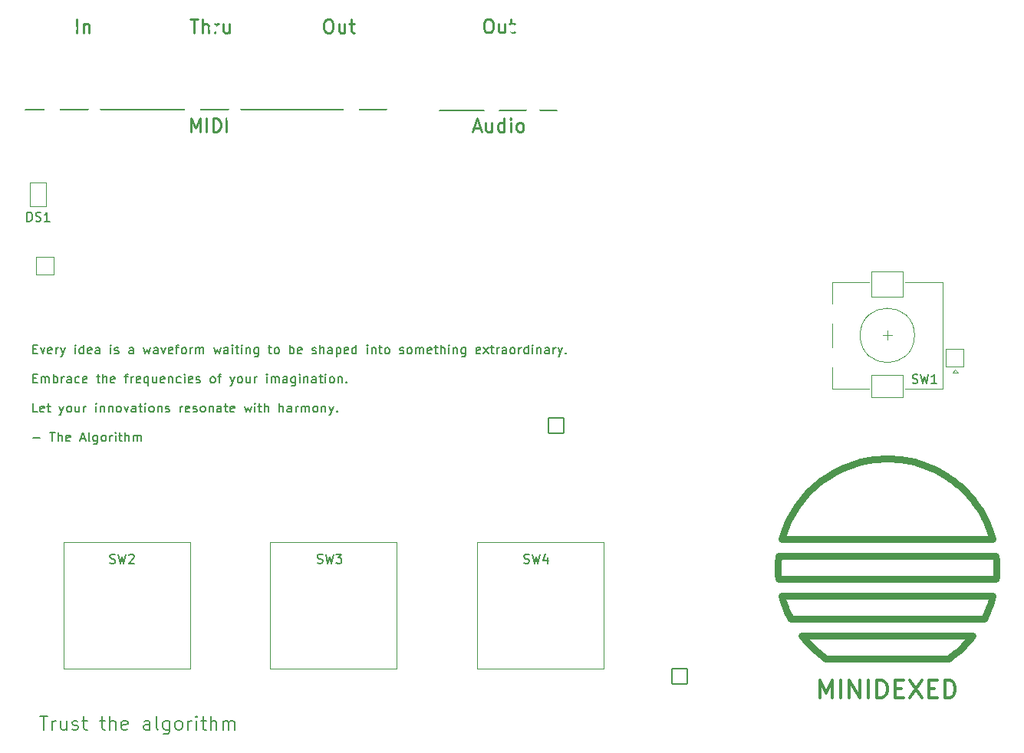
<source format=gto>
G04 #@! TF.GenerationSoftware,KiCad,Pcbnew,8.0.1*
G04 #@! TF.CreationDate,2025-03-29T00:02:57-06:00*
G04 #@! TF.ProjectId,minidexed,6d696e69-6465-4786-9564-2e6b69636164,rev?*
G04 #@! TF.SameCoordinates,Original*
G04 #@! TF.FileFunction,Legend,Top*
G04 #@! TF.FilePolarity,Positive*
%FSLAX46Y46*%
G04 Gerber Fmt 4.6, Leading zero omitted, Abs format (unit mm)*
G04 Created by KiCad (PCBNEW 8.0.1) date 2025-03-29 00:02:57*
%MOMM*%
%LPD*%
G01*
G04 APERTURE LIST*
G04 Aperture macros list*
%AMRoundRect*
0 Rectangle with rounded corners*
0 $1 Rounding radius*
0 $2 $3 $4 $5 $6 $7 $8 $9 X,Y pos of 4 corners*
0 Add a 4 corners polygon primitive as box body*
4,1,4,$2,$3,$4,$5,$6,$7,$8,$9,$2,$3,0*
0 Add four circle primitives for the rounded corners*
1,1,$1+$1,$2,$3*
1,1,$1+$1,$4,$5*
1,1,$1+$1,$6,$7*
1,1,$1+$1,$8,$9*
0 Add four rect primitives between the rounded corners*
20,1,$1+$1,$2,$3,$4,$5,0*
20,1,$1+$1,$4,$5,$6,$7,0*
20,1,$1+$1,$6,$7,$8,$9,0*
20,1,$1+$1,$8,$9,$2,$3,0*%
G04 Aperture macros list end*
%ADD10C,0.749998*%
%ADD11C,0.150000*%
%ADD12C,0.250000*%
%ADD13C,0.200000*%
%ADD14C,0.300000*%
%ADD15C,0.120000*%
%ADD16C,0.900000*%
%ADD17O,1.700000X2.100000*%
%ADD18C,2.800000*%
%ADD19C,1.800000*%
%ADD20C,4.100000*%
%ADD21C,2.300000*%
%ADD22C,3.100000*%
%ADD23RoundRect,0.050000X-0.900000X-1.300000X0.900000X-1.300000X0.900000X1.300000X-0.900000X1.300000X0*%
%ADD24O,1.900000X2.700000*%
%ADD25RoundRect,0.050000X1.000000X1.000000X-1.000000X1.000000X-1.000000X-1.000000X1.000000X-1.000000X0*%
%ADD26C,2.100000*%
%ADD27RoundRect,0.050000X1.750000X1.250000X-1.750000X1.250000X-1.750000X-1.250000X1.750000X-1.250000X0*%
%ADD28RoundRect,0.050000X1.750000X1.400000X-1.750000X1.400000X-1.750000X-1.400000X1.750000X-1.400000X0*%
%ADD29RoundRect,0.050000X0.850000X0.850000X-0.850000X0.850000X-0.850000X-0.850000X0.850000X-0.850000X0*%
%ADD30O,1.800000X1.800000*%
%ADD31RoundRect,0.050000X-0.850000X0.850000X-0.850000X-0.850000X0.850000X-0.850000X0.850000X0.850000X0*%
G04 APERTURE END LIST*
D10*
X188643262Y-128901005D02*
X188811235Y-129055114D01*
X206237393Y-112467143D02*
X205924642Y-112095950D01*
X205056734Y-128901003D02*
X205221770Y-128743753D01*
X193884921Y-108350387D02*
X192945993Y-108630041D01*
X207677771Y-125343126D02*
X207820602Y-125041126D01*
X190065528Y-130042434D02*
X190065528Y-130042434D01*
X188796128Y-111064651D02*
X188102184Y-111738224D01*
X187698658Y-127911846D02*
X187848342Y-128084177D01*
X196343192Y-107990027D02*
X195840791Y-108021909D01*
X208931243Y-120211212D02*
X208934844Y-120063821D01*
X184790335Y-120652848D02*
X184801117Y-120799851D01*
X185619158Y-124426160D02*
X185745016Y-124735411D01*
X208497661Y-123157351D02*
X185202338Y-123157351D01*
X202102763Y-109185508D02*
X201661774Y-108982713D01*
X207820602Y-125041126D02*
X207954981Y-124735412D01*
X208198105Y-124113552D02*
X208306711Y-123797762D01*
X208925845Y-120358531D02*
X208931243Y-120211212D01*
X197859208Y-108021910D02*
X197356808Y-107990028D01*
D11*
X101690000Y-69420000D02*
X142790000Y-69420000D01*
D10*
X208080839Y-124426162D02*
X208198105Y-124113552D01*
X189511601Y-129639308D02*
X189693588Y-129777088D01*
X200754007Y-108630042D02*
X200288197Y-108480904D01*
X205542853Y-128419996D02*
X205698812Y-128253573D01*
X206291050Y-127558553D02*
X206291050Y-127558553D01*
X184774153Y-120358503D02*
X184781346Y-120505726D01*
X207526557Y-125641232D02*
X207677771Y-125343126D01*
X202534511Y-109405454D02*
X202102763Y-109185508D01*
X204159427Y-110449369D02*
X203769476Y-110164507D01*
X185202338Y-123157351D02*
X185202338Y-123157351D01*
X190065528Y-130042434D02*
X203634469Y-130042434D01*
X207086359Y-113657849D02*
X206818735Y-113248461D01*
X208174677Y-115877358D02*
X207991932Y-115411674D01*
X208855779Y-121240026D02*
X208855779Y-121240026D01*
X184813692Y-120946718D02*
X184828058Y-121093431D01*
X208886304Y-120946760D02*
X208898880Y-120799891D01*
X185361003Y-116353196D02*
X185215594Y-116838821D01*
X205597815Y-111738225D02*
X205257397Y-111394337D01*
X185215594Y-116838821D02*
X185215594Y-116838821D01*
X187848342Y-128084177D02*
X188001185Y-128253575D01*
X198848857Y-108146696D02*
X198356719Y-108074255D01*
X185393287Y-123797761D02*
X185501892Y-124113551D01*
X186173440Y-125641229D02*
X186173440Y-125641229D01*
X188478227Y-128743754D02*
X188643262Y-128901005D01*
X208497661Y-123157351D02*
X208497661Y-123157351D01*
X192945993Y-108630041D02*
X192038227Y-108982711D01*
X201661774Y-108982713D02*
X201212027Y-108797434D01*
X188811235Y-129055114D02*
X188982099Y-129206040D01*
X184765156Y-120063821D02*
X184765156Y-120063821D01*
X188982099Y-129206040D02*
X189155811Y-129353743D01*
X185501892Y-124113551D02*
X185619158Y-124426160D01*
X207954981Y-124735412D02*
X208080839Y-124426162D01*
X184828058Y-121093431D02*
X184844215Y-121239974D01*
X208306711Y-123797762D02*
X208406586Y-123478969D01*
X204006408Y-129777088D02*
X204188396Y-129639308D01*
X203769476Y-110164507D02*
X203368351Y-109895321D01*
X184768755Y-120211195D02*
X184774153Y-120358503D01*
X186173440Y-125641229D02*
X207526557Y-125641232D01*
X187552179Y-127736624D02*
X187698658Y-127911846D01*
X198356719Y-108074255D02*
X197859208Y-108021910D01*
X189332327Y-129498179D02*
X189511601Y-129639308D01*
X203634469Y-130042434D02*
X203634469Y-130042434D01*
X188102184Y-111738224D02*
X187462606Y-112467142D01*
X206291050Y-127558553D02*
X187408947Y-127558553D01*
X208934844Y-120063821D02*
X208930918Y-119899895D01*
X201212027Y-108797434D02*
X200754007Y-108630042D01*
X196850001Y-107978977D02*
X196850001Y-107978977D01*
X205257397Y-111394337D02*
X204903871Y-111064652D01*
X195343281Y-108074254D02*
X194851143Y-108146695D01*
X185525321Y-115877357D02*
X185361003Y-116353196D01*
X208877976Y-119082047D02*
X208860737Y-118918997D01*
X184794190Y-119408716D02*
X184783600Y-119572311D01*
X203634469Y-130042434D02*
X203821751Y-129911477D01*
X188001185Y-128253575D02*
X188157144Y-128419998D01*
X204717897Y-129206039D02*
X204888762Y-129055112D01*
X208918651Y-120505761D02*
X208925845Y-120358531D01*
X184858716Y-118756148D02*
X184858716Y-118756148D01*
X208930918Y-119899895D02*
X208924770Y-119736057D01*
X199335138Y-108238863D02*
X198848857Y-108146696D01*
X208338996Y-116353196D02*
X208174677Y-115877358D01*
X206818735Y-113248461D02*
X206535585Y-112851436D01*
X207573098Y-114512243D02*
X207337975Y-114079233D01*
X205221770Y-128743753D02*
X205383824Y-128583403D01*
X184844215Y-121239974D02*
X184844215Y-121239974D01*
X184806998Y-119245279D02*
X184794190Y-119408716D01*
X208934844Y-120063821D02*
X208934844Y-120063821D01*
X186362024Y-114079232D02*
X185908754Y-114956513D01*
X187408947Y-127558553D02*
X187408947Y-127558553D01*
X197356808Y-107990028D02*
X196850001Y-107978977D01*
X208406586Y-123478969D02*
X208497661Y-123157351D01*
X204537720Y-110749540D02*
X204159427Y-110449369D01*
X205851655Y-128084175D02*
X206001339Y-127911845D01*
X185202338Y-123157351D02*
X185293412Y-123478968D01*
X207791245Y-114956513D02*
X207573098Y-114512243D01*
X208905809Y-119408737D02*
X208893001Y-119245302D01*
X185708066Y-115411674D02*
X185525321Y-115877357D01*
X189878246Y-129911477D02*
X190065528Y-130042434D01*
X189693588Y-129777088D02*
X189878246Y-129911477D01*
X205924642Y-112095950D02*
X205597815Y-111738225D01*
X208909662Y-120652886D02*
X208918651Y-120505761D01*
X189540573Y-110449368D02*
X188796128Y-111064651D01*
X186022227Y-125343124D02*
X186173440Y-125641229D01*
X208841284Y-118756173D02*
X208841284Y-118756173D01*
X202956535Y-109642181D02*
X202534511Y-109405454D01*
X184775230Y-119736042D02*
X184769081Y-119899887D01*
X208484404Y-116838821D02*
X208338996Y-116353196D01*
X199815079Y-108350388D02*
X199335138Y-108238863D01*
X192038227Y-108982711D02*
X191165489Y-109405453D01*
X204188396Y-129639308D02*
X204367670Y-129498178D01*
X203821751Y-129911477D02*
X204006408Y-129777088D01*
X208893001Y-119245302D02*
X208877976Y-119082047D01*
X184822023Y-119082024D02*
X184806998Y-119245279D01*
X206001339Y-127911845D02*
X206147819Y-127736624D01*
X185215594Y-116838821D02*
X208484404Y-116838821D01*
X208924770Y-119736057D02*
X208916399Y-119572330D01*
X188157144Y-128419998D02*
X188316172Y-128583405D01*
X187462606Y-112467142D02*
X186881264Y-113248460D01*
X187408947Y-127558553D02*
X187552179Y-127736624D01*
X188316172Y-128583405D02*
X188478227Y-128743754D01*
X194851143Y-108146695D02*
X193884921Y-108350387D01*
X185879395Y-125041125D02*
X186022227Y-125343124D01*
X208841284Y-118756173D02*
X184858716Y-118756148D01*
X208484404Y-116838821D02*
X208484404Y-116838821D01*
X195840791Y-108021909D02*
X195343281Y-108074254D01*
X191165489Y-109405453D02*
X190331649Y-109895320D01*
X208860737Y-118918997D02*
X208841284Y-118756173D01*
X184858716Y-118756148D02*
X184839263Y-118918972D01*
X207991932Y-115411674D02*
X207791245Y-114956513D01*
X184781346Y-120505726D02*
X184790335Y-120652848D01*
X204888762Y-129055112D02*
X205056734Y-128901003D01*
X186881264Y-113248460D02*
X186362024Y-114079232D01*
X203368351Y-109895321D02*
X202956535Y-109642181D01*
X207526557Y-125641232D02*
X207526557Y-125641232D01*
X208855779Y-121240026D02*
X208871937Y-121093477D01*
X185745016Y-124735411D02*
X185879395Y-125041125D01*
X206535585Y-112851436D02*
X206237393Y-112467143D01*
X184801117Y-120799851D02*
X184813692Y-120946718D01*
X190331649Y-109895320D02*
X189540573Y-110449368D01*
X208916399Y-119572330D02*
X208905809Y-119408737D01*
X184769081Y-119899887D02*
X184765156Y-120063821D01*
X184844215Y-121239974D02*
X208855779Y-121240026D01*
X187408947Y-127558553D02*
X187408947Y-127558553D01*
X204367670Y-129498178D02*
X204544185Y-129353742D01*
X196849999Y-107978976D02*
X196343192Y-107990027D01*
X185293412Y-123478968D02*
X185393287Y-123797761D01*
X185202338Y-123157351D02*
X185202338Y-123157351D01*
D11*
X147470000Y-69500000D02*
X160420000Y-69500000D01*
D10*
X208898880Y-120799891D02*
X208909662Y-120652886D01*
X184858716Y-118756148D02*
X184858716Y-118756148D01*
X200288197Y-108480904D02*
X199815079Y-108350388D01*
X205698812Y-128253573D02*
X205851655Y-128084175D01*
X189155811Y-129353743D02*
X189332327Y-129498179D01*
X205383824Y-128583403D02*
X205542853Y-128419996D01*
X184765156Y-120063821D02*
X184768755Y-120211195D01*
X185908754Y-114956513D02*
X185708066Y-115411674D01*
X208871937Y-121093477D02*
X208886304Y-120946760D01*
X184839263Y-118918972D02*
X184822023Y-119082024D01*
X204903871Y-111064652D02*
X204537720Y-110749540D01*
X207337975Y-114079233D02*
X207086359Y-113657849D01*
X204544185Y-129353742D02*
X204717897Y-129206039D01*
X206147819Y-127736624D02*
X206291050Y-127558553D01*
X196850001Y-107978977D02*
X196849999Y-107978976D01*
X184783600Y-119572311D02*
X184775230Y-119736042D01*
D12*
X152700000Y-59440928D02*
X152985714Y-59440928D01*
X152985714Y-59440928D02*
X153128571Y-59512357D01*
X153128571Y-59512357D02*
X153271428Y-59655214D01*
X153271428Y-59655214D02*
X153342857Y-59940928D01*
X153342857Y-59940928D02*
X153342857Y-60440928D01*
X153342857Y-60440928D02*
X153271428Y-60726642D01*
X153271428Y-60726642D02*
X153128571Y-60869500D01*
X153128571Y-60869500D02*
X152985714Y-60940928D01*
X152985714Y-60940928D02*
X152700000Y-60940928D01*
X152700000Y-60940928D02*
X152557143Y-60869500D01*
X152557143Y-60869500D02*
X152414285Y-60726642D01*
X152414285Y-60726642D02*
X152342857Y-60440928D01*
X152342857Y-60440928D02*
X152342857Y-59940928D01*
X152342857Y-59940928D02*
X152414285Y-59655214D01*
X152414285Y-59655214D02*
X152557143Y-59512357D01*
X152557143Y-59512357D02*
X152700000Y-59440928D01*
X154628572Y-59940928D02*
X154628572Y-60940928D01*
X153985714Y-59940928D02*
X153985714Y-60726642D01*
X153985714Y-60726642D02*
X154057143Y-60869500D01*
X154057143Y-60869500D02*
X154200000Y-60940928D01*
X154200000Y-60940928D02*
X154414286Y-60940928D01*
X154414286Y-60940928D02*
X154557143Y-60869500D01*
X154557143Y-60869500D02*
X154628572Y-60798071D01*
X155128572Y-59940928D02*
X155700000Y-59940928D01*
X155342857Y-59440928D02*
X155342857Y-60726642D01*
X155342857Y-60726642D02*
X155414286Y-60869500D01*
X155414286Y-60869500D02*
X155557143Y-60940928D01*
X155557143Y-60940928D02*
X155700000Y-60940928D01*
D13*
X103324435Y-136408528D02*
X104181578Y-136408528D01*
X103753006Y-137908528D02*
X103753006Y-136408528D01*
X104681577Y-137908528D02*
X104681577Y-136908528D01*
X104681577Y-137194242D02*
X104753006Y-137051385D01*
X104753006Y-137051385D02*
X104824435Y-136979957D01*
X104824435Y-136979957D02*
X104967292Y-136908528D01*
X104967292Y-136908528D02*
X105110149Y-136908528D01*
X106253006Y-136908528D02*
X106253006Y-137908528D01*
X105610148Y-136908528D02*
X105610148Y-137694242D01*
X105610148Y-137694242D02*
X105681577Y-137837100D01*
X105681577Y-137837100D02*
X105824434Y-137908528D01*
X105824434Y-137908528D02*
X106038720Y-137908528D01*
X106038720Y-137908528D02*
X106181577Y-137837100D01*
X106181577Y-137837100D02*
X106253006Y-137765671D01*
X106895863Y-137837100D02*
X107038720Y-137908528D01*
X107038720Y-137908528D02*
X107324434Y-137908528D01*
X107324434Y-137908528D02*
X107467291Y-137837100D01*
X107467291Y-137837100D02*
X107538720Y-137694242D01*
X107538720Y-137694242D02*
X107538720Y-137622814D01*
X107538720Y-137622814D02*
X107467291Y-137479957D01*
X107467291Y-137479957D02*
X107324434Y-137408528D01*
X107324434Y-137408528D02*
X107110149Y-137408528D01*
X107110149Y-137408528D02*
X106967291Y-137337100D01*
X106967291Y-137337100D02*
X106895863Y-137194242D01*
X106895863Y-137194242D02*
X106895863Y-137122814D01*
X106895863Y-137122814D02*
X106967291Y-136979957D01*
X106967291Y-136979957D02*
X107110149Y-136908528D01*
X107110149Y-136908528D02*
X107324434Y-136908528D01*
X107324434Y-136908528D02*
X107467291Y-136979957D01*
X107967292Y-136908528D02*
X108538720Y-136908528D01*
X108181577Y-136408528D02*
X108181577Y-137694242D01*
X108181577Y-137694242D02*
X108253006Y-137837100D01*
X108253006Y-137837100D02*
X108395863Y-137908528D01*
X108395863Y-137908528D02*
X108538720Y-137908528D01*
X109967292Y-136908528D02*
X110538720Y-136908528D01*
X110181577Y-136408528D02*
X110181577Y-137694242D01*
X110181577Y-137694242D02*
X110253006Y-137837100D01*
X110253006Y-137837100D02*
X110395863Y-137908528D01*
X110395863Y-137908528D02*
X110538720Y-137908528D01*
X111038720Y-137908528D02*
X111038720Y-136408528D01*
X111681578Y-137908528D02*
X111681578Y-137122814D01*
X111681578Y-137122814D02*
X111610149Y-136979957D01*
X111610149Y-136979957D02*
X111467292Y-136908528D01*
X111467292Y-136908528D02*
X111253006Y-136908528D01*
X111253006Y-136908528D02*
X111110149Y-136979957D01*
X111110149Y-136979957D02*
X111038720Y-137051385D01*
X112967292Y-137837100D02*
X112824435Y-137908528D01*
X112824435Y-137908528D02*
X112538721Y-137908528D01*
X112538721Y-137908528D02*
X112395863Y-137837100D01*
X112395863Y-137837100D02*
X112324435Y-137694242D01*
X112324435Y-137694242D02*
X112324435Y-137122814D01*
X112324435Y-137122814D02*
X112395863Y-136979957D01*
X112395863Y-136979957D02*
X112538721Y-136908528D01*
X112538721Y-136908528D02*
X112824435Y-136908528D01*
X112824435Y-136908528D02*
X112967292Y-136979957D01*
X112967292Y-136979957D02*
X113038721Y-137122814D01*
X113038721Y-137122814D02*
X113038721Y-137265671D01*
X113038721Y-137265671D02*
X112324435Y-137408528D01*
X115467292Y-137908528D02*
X115467292Y-137122814D01*
X115467292Y-137122814D02*
X115395863Y-136979957D01*
X115395863Y-136979957D02*
X115253006Y-136908528D01*
X115253006Y-136908528D02*
X114967292Y-136908528D01*
X114967292Y-136908528D02*
X114824434Y-136979957D01*
X115467292Y-137837100D02*
X115324434Y-137908528D01*
X115324434Y-137908528D02*
X114967292Y-137908528D01*
X114967292Y-137908528D02*
X114824434Y-137837100D01*
X114824434Y-137837100D02*
X114753006Y-137694242D01*
X114753006Y-137694242D02*
X114753006Y-137551385D01*
X114753006Y-137551385D02*
X114824434Y-137408528D01*
X114824434Y-137408528D02*
X114967292Y-137337100D01*
X114967292Y-137337100D02*
X115324434Y-137337100D01*
X115324434Y-137337100D02*
X115467292Y-137265671D01*
X116395863Y-137908528D02*
X116253006Y-137837100D01*
X116253006Y-137837100D02*
X116181577Y-137694242D01*
X116181577Y-137694242D02*
X116181577Y-136408528D01*
X117610149Y-136908528D02*
X117610149Y-138122814D01*
X117610149Y-138122814D02*
X117538720Y-138265671D01*
X117538720Y-138265671D02*
X117467291Y-138337100D01*
X117467291Y-138337100D02*
X117324434Y-138408528D01*
X117324434Y-138408528D02*
X117110149Y-138408528D01*
X117110149Y-138408528D02*
X116967291Y-138337100D01*
X117610149Y-137837100D02*
X117467291Y-137908528D01*
X117467291Y-137908528D02*
X117181577Y-137908528D01*
X117181577Y-137908528D02*
X117038720Y-137837100D01*
X117038720Y-137837100D02*
X116967291Y-137765671D01*
X116967291Y-137765671D02*
X116895863Y-137622814D01*
X116895863Y-137622814D02*
X116895863Y-137194242D01*
X116895863Y-137194242D02*
X116967291Y-137051385D01*
X116967291Y-137051385D02*
X117038720Y-136979957D01*
X117038720Y-136979957D02*
X117181577Y-136908528D01*
X117181577Y-136908528D02*
X117467291Y-136908528D01*
X117467291Y-136908528D02*
X117610149Y-136979957D01*
X118538720Y-137908528D02*
X118395863Y-137837100D01*
X118395863Y-137837100D02*
X118324434Y-137765671D01*
X118324434Y-137765671D02*
X118253006Y-137622814D01*
X118253006Y-137622814D02*
X118253006Y-137194242D01*
X118253006Y-137194242D02*
X118324434Y-137051385D01*
X118324434Y-137051385D02*
X118395863Y-136979957D01*
X118395863Y-136979957D02*
X118538720Y-136908528D01*
X118538720Y-136908528D02*
X118753006Y-136908528D01*
X118753006Y-136908528D02*
X118895863Y-136979957D01*
X118895863Y-136979957D02*
X118967292Y-137051385D01*
X118967292Y-137051385D02*
X119038720Y-137194242D01*
X119038720Y-137194242D02*
X119038720Y-137622814D01*
X119038720Y-137622814D02*
X118967292Y-137765671D01*
X118967292Y-137765671D02*
X118895863Y-137837100D01*
X118895863Y-137837100D02*
X118753006Y-137908528D01*
X118753006Y-137908528D02*
X118538720Y-137908528D01*
X119681577Y-137908528D02*
X119681577Y-136908528D01*
X119681577Y-137194242D02*
X119753006Y-137051385D01*
X119753006Y-137051385D02*
X119824435Y-136979957D01*
X119824435Y-136979957D02*
X119967292Y-136908528D01*
X119967292Y-136908528D02*
X120110149Y-136908528D01*
X120610148Y-137908528D02*
X120610148Y-136908528D01*
X120610148Y-136408528D02*
X120538720Y-136479957D01*
X120538720Y-136479957D02*
X120610148Y-136551385D01*
X120610148Y-136551385D02*
X120681577Y-136479957D01*
X120681577Y-136479957D02*
X120610148Y-136408528D01*
X120610148Y-136408528D02*
X120610148Y-136551385D01*
X121110149Y-136908528D02*
X121681577Y-136908528D01*
X121324434Y-136408528D02*
X121324434Y-137694242D01*
X121324434Y-137694242D02*
X121395863Y-137837100D01*
X121395863Y-137837100D02*
X121538720Y-137908528D01*
X121538720Y-137908528D02*
X121681577Y-137908528D01*
X122181577Y-137908528D02*
X122181577Y-136408528D01*
X122824435Y-137908528D02*
X122824435Y-137122814D01*
X122824435Y-137122814D02*
X122753006Y-136979957D01*
X122753006Y-136979957D02*
X122610149Y-136908528D01*
X122610149Y-136908528D02*
X122395863Y-136908528D01*
X122395863Y-136908528D02*
X122253006Y-136979957D01*
X122253006Y-136979957D02*
X122181577Y-137051385D01*
X123538720Y-137908528D02*
X123538720Y-136908528D01*
X123538720Y-137051385D02*
X123610149Y-136979957D01*
X123610149Y-136979957D02*
X123753006Y-136908528D01*
X123753006Y-136908528D02*
X123967292Y-136908528D01*
X123967292Y-136908528D02*
X124110149Y-136979957D01*
X124110149Y-136979957D02*
X124181578Y-137122814D01*
X124181578Y-137122814D02*
X124181578Y-137908528D01*
X124181578Y-137122814D02*
X124253006Y-136979957D01*
X124253006Y-136979957D02*
X124395863Y-136908528D01*
X124395863Y-136908528D02*
X124610149Y-136908528D01*
X124610149Y-136908528D02*
X124753006Y-136979957D01*
X124753006Y-136979957D02*
X124824435Y-137122814D01*
X124824435Y-137122814D02*
X124824435Y-137908528D01*
D12*
X107421428Y-60980928D02*
X107421428Y-59480928D01*
X108135714Y-59980928D02*
X108135714Y-60980928D01*
X108135714Y-60123785D02*
X108207143Y-60052357D01*
X108207143Y-60052357D02*
X108350000Y-59980928D01*
X108350000Y-59980928D02*
X108564286Y-59980928D01*
X108564286Y-59980928D02*
X108707143Y-60052357D01*
X108707143Y-60052357D02*
X108778572Y-60195214D01*
X108778572Y-60195214D02*
X108778572Y-60980928D01*
X151200000Y-71462357D02*
X151914286Y-71462357D01*
X151057143Y-71890928D02*
X151557143Y-70390928D01*
X151557143Y-70390928D02*
X152057143Y-71890928D01*
X153200000Y-70890928D02*
X153200000Y-71890928D01*
X152557142Y-70890928D02*
X152557142Y-71676642D01*
X152557142Y-71676642D02*
X152628571Y-71819500D01*
X152628571Y-71819500D02*
X152771428Y-71890928D01*
X152771428Y-71890928D02*
X152985714Y-71890928D01*
X152985714Y-71890928D02*
X153128571Y-71819500D01*
X153128571Y-71819500D02*
X153200000Y-71748071D01*
X154557143Y-71890928D02*
X154557143Y-70390928D01*
X154557143Y-71819500D02*
X154414285Y-71890928D01*
X154414285Y-71890928D02*
X154128571Y-71890928D01*
X154128571Y-71890928D02*
X153985714Y-71819500D01*
X153985714Y-71819500D02*
X153914285Y-71748071D01*
X153914285Y-71748071D02*
X153842857Y-71605214D01*
X153842857Y-71605214D02*
X153842857Y-71176642D01*
X153842857Y-71176642D02*
X153914285Y-71033785D01*
X153914285Y-71033785D02*
X153985714Y-70962357D01*
X153985714Y-70962357D02*
X154128571Y-70890928D01*
X154128571Y-70890928D02*
X154414285Y-70890928D01*
X154414285Y-70890928D02*
X154557143Y-70962357D01*
X155271428Y-71890928D02*
X155271428Y-70890928D01*
X155271428Y-70390928D02*
X155200000Y-70462357D01*
X155200000Y-70462357D02*
X155271428Y-70533785D01*
X155271428Y-70533785D02*
X155342857Y-70462357D01*
X155342857Y-70462357D02*
X155271428Y-70390928D01*
X155271428Y-70390928D02*
X155271428Y-70533785D01*
X156200000Y-71890928D02*
X156057143Y-71819500D01*
X156057143Y-71819500D02*
X155985714Y-71748071D01*
X155985714Y-71748071D02*
X155914286Y-71605214D01*
X155914286Y-71605214D02*
X155914286Y-71176642D01*
X155914286Y-71176642D02*
X155985714Y-71033785D01*
X155985714Y-71033785D02*
X156057143Y-70962357D01*
X156057143Y-70962357D02*
X156200000Y-70890928D01*
X156200000Y-70890928D02*
X156414286Y-70890928D01*
X156414286Y-70890928D02*
X156557143Y-70962357D01*
X156557143Y-70962357D02*
X156628572Y-71033785D01*
X156628572Y-71033785D02*
X156700000Y-71176642D01*
X156700000Y-71176642D02*
X156700000Y-71605214D01*
X156700000Y-71605214D02*
X156628572Y-71748071D01*
X156628572Y-71748071D02*
X156557143Y-71819500D01*
X156557143Y-71819500D02*
X156414286Y-71890928D01*
X156414286Y-71890928D02*
X156200000Y-71890928D01*
X120005713Y-71890928D02*
X120005713Y-70390928D01*
X120005713Y-70390928D02*
X120505713Y-71462357D01*
X120505713Y-71462357D02*
X121005713Y-70390928D01*
X121005713Y-70390928D02*
X121005713Y-71890928D01*
X121719999Y-71890928D02*
X121719999Y-70390928D01*
X122434285Y-71890928D02*
X122434285Y-70390928D01*
X122434285Y-70390928D02*
X122791428Y-70390928D01*
X122791428Y-70390928D02*
X123005714Y-70462357D01*
X123005714Y-70462357D02*
X123148571Y-70605214D01*
X123148571Y-70605214D02*
X123220000Y-70748071D01*
X123220000Y-70748071D02*
X123291428Y-71033785D01*
X123291428Y-71033785D02*
X123291428Y-71248071D01*
X123291428Y-71248071D02*
X123220000Y-71533785D01*
X123220000Y-71533785D02*
X123148571Y-71676642D01*
X123148571Y-71676642D02*
X123005714Y-71819500D01*
X123005714Y-71819500D02*
X122791428Y-71890928D01*
X122791428Y-71890928D02*
X122434285Y-71890928D01*
X123934285Y-71890928D02*
X123934285Y-70390928D01*
X119950000Y-59480928D02*
X120807143Y-59480928D01*
X120378571Y-60980928D02*
X120378571Y-59480928D01*
X121307142Y-60980928D02*
X121307142Y-59480928D01*
X121950000Y-60980928D02*
X121950000Y-60195214D01*
X121950000Y-60195214D02*
X121878571Y-60052357D01*
X121878571Y-60052357D02*
X121735714Y-59980928D01*
X121735714Y-59980928D02*
X121521428Y-59980928D01*
X121521428Y-59980928D02*
X121378571Y-60052357D01*
X121378571Y-60052357D02*
X121307142Y-60123785D01*
X122664285Y-60980928D02*
X122664285Y-59980928D01*
X122664285Y-60266642D02*
X122735714Y-60123785D01*
X122735714Y-60123785D02*
X122807143Y-60052357D01*
X122807143Y-60052357D02*
X122950000Y-59980928D01*
X122950000Y-59980928D02*
X123092857Y-59980928D01*
X124235714Y-59980928D02*
X124235714Y-60980928D01*
X123592856Y-59980928D02*
X123592856Y-60766642D01*
X123592856Y-60766642D02*
X123664285Y-60909500D01*
X123664285Y-60909500D02*
X123807142Y-60980928D01*
X123807142Y-60980928D02*
X124021428Y-60980928D01*
X124021428Y-60980928D02*
X124164285Y-60909500D01*
X124164285Y-60909500D02*
X124235714Y-60838071D01*
X135050000Y-59480928D02*
X135335714Y-59480928D01*
X135335714Y-59480928D02*
X135478571Y-59552357D01*
X135478571Y-59552357D02*
X135621428Y-59695214D01*
X135621428Y-59695214D02*
X135692857Y-59980928D01*
X135692857Y-59980928D02*
X135692857Y-60480928D01*
X135692857Y-60480928D02*
X135621428Y-60766642D01*
X135621428Y-60766642D02*
X135478571Y-60909500D01*
X135478571Y-60909500D02*
X135335714Y-60980928D01*
X135335714Y-60980928D02*
X135050000Y-60980928D01*
X135050000Y-60980928D02*
X134907143Y-60909500D01*
X134907143Y-60909500D02*
X134764285Y-60766642D01*
X134764285Y-60766642D02*
X134692857Y-60480928D01*
X134692857Y-60480928D02*
X134692857Y-59980928D01*
X134692857Y-59980928D02*
X134764285Y-59695214D01*
X134764285Y-59695214D02*
X134907143Y-59552357D01*
X134907143Y-59552357D02*
X135050000Y-59480928D01*
X136978572Y-59980928D02*
X136978572Y-60980928D01*
X136335714Y-59980928D02*
X136335714Y-60766642D01*
X136335714Y-60766642D02*
X136407143Y-60909500D01*
X136407143Y-60909500D02*
X136550000Y-60980928D01*
X136550000Y-60980928D02*
X136764286Y-60980928D01*
X136764286Y-60980928D02*
X136907143Y-60909500D01*
X136907143Y-60909500D02*
X136978572Y-60838071D01*
X137478572Y-59980928D02*
X138050000Y-59980928D01*
X137692857Y-59480928D02*
X137692857Y-60766642D01*
X137692857Y-60766642D02*
X137764286Y-60909500D01*
X137764286Y-60909500D02*
X137907143Y-60980928D01*
X137907143Y-60980928D02*
X138050000Y-60980928D01*
D11*
X102576779Y-95881177D02*
X102910112Y-95881177D01*
X103052969Y-96404987D02*
X102576779Y-96404987D01*
X102576779Y-96404987D02*
X102576779Y-95404987D01*
X102576779Y-95404987D02*
X103052969Y-95404987D01*
X103386303Y-95738320D02*
X103624398Y-96404987D01*
X103624398Y-96404987D02*
X103862493Y-95738320D01*
X104624398Y-96357368D02*
X104529160Y-96404987D01*
X104529160Y-96404987D02*
X104338684Y-96404987D01*
X104338684Y-96404987D02*
X104243446Y-96357368D01*
X104243446Y-96357368D02*
X104195827Y-96262129D01*
X104195827Y-96262129D02*
X104195827Y-95881177D01*
X104195827Y-95881177D02*
X104243446Y-95785939D01*
X104243446Y-95785939D02*
X104338684Y-95738320D01*
X104338684Y-95738320D02*
X104529160Y-95738320D01*
X104529160Y-95738320D02*
X104624398Y-95785939D01*
X104624398Y-95785939D02*
X104672017Y-95881177D01*
X104672017Y-95881177D02*
X104672017Y-95976415D01*
X104672017Y-95976415D02*
X104195827Y-96071653D01*
X105100589Y-96404987D02*
X105100589Y-95738320D01*
X105100589Y-95928796D02*
X105148208Y-95833558D01*
X105148208Y-95833558D02*
X105195827Y-95785939D01*
X105195827Y-95785939D02*
X105291065Y-95738320D01*
X105291065Y-95738320D02*
X105386303Y-95738320D01*
X105624399Y-95738320D02*
X105862494Y-96404987D01*
X106100589Y-95738320D02*
X105862494Y-96404987D01*
X105862494Y-96404987D02*
X105767256Y-96643082D01*
X105767256Y-96643082D02*
X105719637Y-96690701D01*
X105719637Y-96690701D02*
X105624399Y-96738320D01*
X107243447Y-96404987D02*
X107243447Y-95738320D01*
X107243447Y-95404987D02*
X107195828Y-95452606D01*
X107195828Y-95452606D02*
X107243447Y-95500225D01*
X107243447Y-95500225D02*
X107291066Y-95452606D01*
X107291066Y-95452606D02*
X107243447Y-95404987D01*
X107243447Y-95404987D02*
X107243447Y-95500225D01*
X108148208Y-96404987D02*
X108148208Y-95404987D01*
X108148208Y-96357368D02*
X108052970Y-96404987D01*
X108052970Y-96404987D02*
X107862494Y-96404987D01*
X107862494Y-96404987D02*
X107767256Y-96357368D01*
X107767256Y-96357368D02*
X107719637Y-96309748D01*
X107719637Y-96309748D02*
X107672018Y-96214510D01*
X107672018Y-96214510D02*
X107672018Y-95928796D01*
X107672018Y-95928796D02*
X107719637Y-95833558D01*
X107719637Y-95833558D02*
X107767256Y-95785939D01*
X107767256Y-95785939D02*
X107862494Y-95738320D01*
X107862494Y-95738320D02*
X108052970Y-95738320D01*
X108052970Y-95738320D02*
X108148208Y-95785939D01*
X109005351Y-96357368D02*
X108910113Y-96404987D01*
X108910113Y-96404987D02*
X108719637Y-96404987D01*
X108719637Y-96404987D02*
X108624399Y-96357368D01*
X108624399Y-96357368D02*
X108576780Y-96262129D01*
X108576780Y-96262129D02*
X108576780Y-95881177D01*
X108576780Y-95881177D02*
X108624399Y-95785939D01*
X108624399Y-95785939D02*
X108719637Y-95738320D01*
X108719637Y-95738320D02*
X108910113Y-95738320D01*
X108910113Y-95738320D02*
X109005351Y-95785939D01*
X109005351Y-95785939D02*
X109052970Y-95881177D01*
X109052970Y-95881177D02*
X109052970Y-95976415D01*
X109052970Y-95976415D02*
X108576780Y-96071653D01*
X109910113Y-96404987D02*
X109910113Y-95881177D01*
X109910113Y-95881177D02*
X109862494Y-95785939D01*
X109862494Y-95785939D02*
X109767256Y-95738320D01*
X109767256Y-95738320D02*
X109576780Y-95738320D01*
X109576780Y-95738320D02*
X109481542Y-95785939D01*
X109910113Y-96357368D02*
X109814875Y-96404987D01*
X109814875Y-96404987D02*
X109576780Y-96404987D01*
X109576780Y-96404987D02*
X109481542Y-96357368D01*
X109481542Y-96357368D02*
X109433923Y-96262129D01*
X109433923Y-96262129D02*
X109433923Y-96166891D01*
X109433923Y-96166891D02*
X109481542Y-96071653D01*
X109481542Y-96071653D02*
X109576780Y-96024034D01*
X109576780Y-96024034D02*
X109814875Y-96024034D01*
X109814875Y-96024034D02*
X109910113Y-95976415D01*
X111148209Y-96404987D02*
X111148209Y-95738320D01*
X111148209Y-95404987D02*
X111100590Y-95452606D01*
X111100590Y-95452606D02*
X111148209Y-95500225D01*
X111148209Y-95500225D02*
X111195828Y-95452606D01*
X111195828Y-95452606D02*
X111148209Y-95404987D01*
X111148209Y-95404987D02*
X111148209Y-95500225D01*
X111576780Y-96357368D02*
X111672018Y-96404987D01*
X111672018Y-96404987D02*
X111862494Y-96404987D01*
X111862494Y-96404987D02*
X111957732Y-96357368D01*
X111957732Y-96357368D02*
X112005351Y-96262129D01*
X112005351Y-96262129D02*
X112005351Y-96214510D01*
X112005351Y-96214510D02*
X111957732Y-96119272D01*
X111957732Y-96119272D02*
X111862494Y-96071653D01*
X111862494Y-96071653D02*
X111719637Y-96071653D01*
X111719637Y-96071653D02*
X111624399Y-96024034D01*
X111624399Y-96024034D02*
X111576780Y-95928796D01*
X111576780Y-95928796D02*
X111576780Y-95881177D01*
X111576780Y-95881177D02*
X111624399Y-95785939D01*
X111624399Y-95785939D02*
X111719637Y-95738320D01*
X111719637Y-95738320D02*
X111862494Y-95738320D01*
X111862494Y-95738320D02*
X111957732Y-95785939D01*
X113624399Y-96404987D02*
X113624399Y-95881177D01*
X113624399Y-95881177D02*
X113576780Y-95785939D01*
X113576780Y-95785939D02*
X113481542Y-95738320D01*
X113481542Y-95738320D02*
X113291066Y-95738320D01*
X113291066Y-95738320D02*
X113195828Y-95785939D01*
X113624399Y-96357368D02*
X113529161Y-96404987D01*
X113529161Y-96404987D02*
X113291066Y-96404987D01*
X113291066Y-96404987D02*
X113195828Y-96357368D01*
X113195828Y-96357368D02*
X113148209Y-96262129D01*
X113148209Y-96262129D02*
X113148209Y-96166891D01*
X113148209Y-96166891D02*
X113195828Y-96071653D01*
X113195828Y-96071653D02*
X113291066Y-96024034D01*
X113291066Y-96024034D02*
X113529161Y-96024034D01*
X113529161Y-96024034D02*
X113624399Y-95976415D01*
X114767257Y-95738320D02*
X114957733Y-96404987D01*
X114957733Y-96404987D02*
X115148209Y-95928796D01*
X115148209Y-95928796D02*
X115338685Y-96404987D01*
X115338685Y-96404987D02*
X115529161Y-95738320D01*
X116338685Y-96404987D02*
X116338685Y-95881177D01*
X116338685Y-95881177D02*
X116291066Y-95785939D01*
X116291066Y-95785939D02*
X116195828Y-95738320D01*
X116195828Y-95738320D02*
X116005352Y-95738320D01*
X116005352Y-95738320D02*
X115910114Y-95785939D01*
X116338685Y-96357368D02*
X116243447Y-96404987D01*
X116243447Y-96404987D02*
X116005352Y-96404987D01*
X116005352Y-96404987D02*
X115910114Y-96357368D01*
X115910114Y-96357368D02*
X115862495Y-96262129D01*
X115862495Y-96262129D02*
X115862495Y-96166891D01*
X115862495Y-96166891D02*
X115910114Y-96071653D01*
X115910114Y-96071653D02*
X116005352Y-96024034D01*
X116005352Y-96024034D02*
X116243447Y-96024034D01*
X116243447Y-96024034D02*
X116338685Y-95976415D01*
X116719638Y-95738320D02*
X116957733Y-96404987D01*
X116957733Y-96404987D02*
X117195828Y-95738320D01*
X117957733Y-96357368D02*
X117862495Y-96404987D01*
X117862495Y-96404987D02*
X117672019Y-96404987D01*
X117672019Y-96404987D02*
X117576781Y-96357368D01*
X117576781Y-96357368D02*
X117529162Y-96262129D01*
X117529162Y-96262129D02*
X117529162Y-95881177D01*
X117529162Y-95881177D02*
X117576781Y-95785939D01*
X117576781Y-95785939D02*
X117672019Y-95738320D01*
X117672019Y-95738320D02*
X117862495Y-95738320D01*
X117862495Y-95738320D02*
X117957733Y-95785939D01*
X117957733Y-95785939D02*
X118005352Y-95881177D01*
X118005352Y-95881177D02*
X118005352Y-95976415D01*
X118005352Y-95976415D02*
X117529162Y-96071653D01*
X118291067Y-95738320D02*
X118672019Y-95738320D01*
X118433924Y-96404987D02*
X118433924Y-95547844D01*
X118433924Y-95547844D02*
X118481543Y-95452606D01*
X118481543Y-95452606D02*
X118576781Y-95404987D01*
X118576781Y-95404987D02*
X118672019Y-95404987D01*
X119148210Y-96404987D02*
X119052972Y-96357368D01*
X119052972Y-96357368D02*
X119005353Y-96309748D01*
X119005353Y-96309748D02*
X118957734Y-96214510D01*
X118957734Y-96214510D02*
X118957734Y-95928796D01*
X118957734Y-95928796D02*
X119005353Y-95833558D01*
X119005353Y-95833558D02*
X119052972Y-95785939D01*
X119052972Y-95785939D02*
X119148210Y-95738320D01*
X119148210Y-95738320D02*
X119291067Y-95738320D01*
X119291067Y-95738320D02*
X119386305Y-95785939D01*
X119386305Y-95785939D02*
X119433924Y-95833558D01*
X119433924Y-95833558D02*
X119481543Y-95928796D01*
X119481543Y-95928796D02*
X119481543Y-96214510D01*
X119481543Y-96214510D02*
X119433924Y-96309748D01*
X119433924Y-96309748D02*
X119386305Y-96357368D01*
X119386305Y-96357368D02*
X119291067Y-96404987D01*
X119291067Y-96404987D02*
X119148210Y-96404987D01*
X119910115Y-96404987D02*
X119910115Y-95738320D01*
X119910115Y-95928796D02*
X119957734Y-95833558D01*
X119957734Y-95833558D02*
X120005353Y-95785939D01*
X120005353Y-95785939D02*
X120100591Y-95738320D01*
X120100591Y-95738320D02*
X120195829Y-95738320D01*
X120529163Y-96404987D02*
X120529163Y-95738320D01*
X120529163Y-95833558D02*
X120576782Y-95785939D01*
X120576782Y-95785939D02*
X120672020Y-95738320D01*
X120672020Y-95738320D02*
X120814877Y-95738320D01*
X120814877Y-95738320D02*
X120910115Y-95785939D01*
X120910115Y-95785939D02*
X120957734Y-95881177D01*
X120957734Y-95881177D02*
X120957734Y-96404987D01*
X120957734Y-95881177D02*
X121005353Y-95785939D01*
X121005353Y-95785939D02*
X121100591Y-95738320D01*
X121100591Y-95738320D02*
X121243448Y-95738320D01*
X121243448Y-95738320D02*
X121338687Y-95785939D01*
X121338687Y-95785939D02*
X121386306Y-95881177D01*
X121386306Y-95881177D02*
X121386306Y-96404987D01*
X122529163Y-95738320D02*
X122719639Y-96404987D01*
X122719639Y-96404987D02*
X122910115Y-95928796D01*
X122910115Y-95928796D02*
X123100591Y-96404987D01*
X123100591Y-96404987D02*
X123291067Y-95738320D01*
X124100591Y-96404987D02*
X124100591Y-95881177D01*
X124100591Y-95881177D02*
X124052972Y-95785939D01*
X124052972Y-95785939D02*
X123957734Y-95738320D01*
X123957734Y-95738320D02*
X123767258Y-95738320D01*
X123767258Y-95738320D02*
X123672020Y-95785939D01*
X124100591Y-96357368D02*
X124005353Y-96404987D01*
X124005353Y-96404987D02*
X123767258Y-96404987D01*
X123767258Y-96404987D02*
X123672020Y-96357368D01*
X123672020Y-96357368D02*
X123624401Y-96262129D01*
X123624401Y-96262129D02*
X123624401Y-96166891D01*
X123624401Y-96166891D02*
X123672020Y-96071653D01*
X123672020Y-96071653D02*
X123767258Y-96024034D01*
X123767258Y-96024034D02*
X124005353Y-96024034D01*
X124005353Y-96024034D02*
X124100591Y-95976415D01*
X124576782Y-96404987D02*
X124576782Y-95738320D01*
X124576782Y-95404987D02*
X124529163Y-95452606D01*
X124529163Y-95452606D02*
X124576782Y-95500225D01*
X124576782Y-95500225D02*
X124624401Y-95452606D01*
X124624401Y-95452606D02*
X124576782Y-95404987D01*
X124576782Y-95404987D02*
X124576782Y-95500225D01*
X124910115Y-95738320D02*
X125291067Y-95738320D01*
X125052972Y-95404987D02*
X125052972Y-96262129D01*
X125052972Y-96262129D02*
X125100591Y-96357368D01*
X125100591Y-96357368D02*
X125195829Y-96404987D01*
X125195829Y-96404987D02*
X125291067Y-96404987D01*
X125624401Y-96404987D02*
X125624401Y-95738320D01*
X125624401Y-95404987D02*
X125576782Y-95452606D01*
X125576782Y-95452606D02*
X125624401Y-95500225D01*
X125624401Y-95500225D02*
X125672020Y-95452606D01*
X125672020Y-95452606D02*
X125624401Y-95404987D01*
X125624401Y-95404987D02*
X125624401Y-95500225D01*
X126100591Y-95738320D02*
X126100591Y-96404987D01*
X126100591Y-95833558D02*
X126148210Y-95785939D01*
X126148210Y-95785939D02*
X126243448Y-95738320D01*
X126243448Y-95738320D02*
X126386305Y-95738320D01*
X126386305Y-95738320D02*
X126481543Y-95785939D01*
X126481543Y-95785939D02*
X126529162Y-95881177D01*
X126529162Y-95881177D02*
X126529162Y-96404987D01*
X127433924Y-95738320D02*
X127433924Y-96547844D01*
X127433924Y-96547844D02*
X127386305Y-96643082D01*
X127386305Y-96643082D02*
X127338686Y-96690701D01*
X127338686Y-96690701D02*
X127243448Y-96738320D01*
X127243448Y-96738320D02*
X127100591Y-96738320D01*
X127100591Y-96738320D02*
X127005353Y-96690701D01*
X127433924Y-96357368D02*
X127338686Y-96404987D01*
X127338686Y-96404987D02*
X127148210Y-96404987D01*
X127148210Y-96404987D02*
X127052972Y-96357368D01*
X127052972Y-96357368D02*
X127005353Y-96309748D01*
X127005353Y-96309748D02*
X126957734Y-96214510D01*
X126957734Y-96214510D02*
X126957734Y-95928796D01*
X126957734Y-95928796D02*
X127005353Y-95833558D01*
X127005353Y-95833558D02*
X127052972Y-95785939D01*
X127052972Y-95785939D02*
X127148210Y-95738320D01*
X127148210Y-95738320D02*
X127338686Y-95738320D01*
X127338686Y-95738320D02*
X127433924Y-95785939D01*
X128529163Y-95738320D02*
X128910115Y-95738320D01*
X128672020Y-95404987D02*
X128672020Y-96262129D01*
X128672020Y-96262129D02*
X128719639Y-96357368D01*
X128719639Y-96357368D02*
X128814877Y-96404987D01*
X128814877Y-96404987D02*
X128910115Y-96404987D01*
X129386306Y-96404987D02*
X129291068Y-96357368D01*
X129291068Y-96357368D02*
X129243449Y-96309748D01*
X129243449Y-96309748D02*
X129195830Y-96214510D01*
X129195830Y-96214510D02*
X129195830Y-95928796D01*
X129195830Y-95928796D02*
X129243449Y-95833558D01*
X129243449Y-95833558D02*
X129291068Y-95785939D01*
X129291068Y-95785939D02*
X129386306Y-95738320D01*
X129386306Y-95738320D02*
X129529163Y-95738320D01*
X129529163Y-95738320D02*
X129624401Y-95785939D01*
X129624401Y-95785939D02*
X129672020Y-95833558D01*
X129672020Y-95833558D02*
X129719639Y-95928796D01*
X129719639Y-95928796D02*
X129719639Y-96214510D01*
X129719639Y-96214510D02*
X129672020Y-96309748D01*
X129672020Y-96309748D02*
X129624401Y-96357368D01*
X129624401Y-96357368D02*
X129529163Y-96404987D01*
X129529163Y-96404987D02*
X129386306Y-96404987D01*
X130910116Y-96404987D02*
X130910116Y-95404987D01*
X130910116Y-95785939D02*
X131005354Y-95738320D01*
X131005354Y-95738320D02*
X131195830Y-95738320D01*
X131195830Y-95738320D02*
X131291068Y-95785939D01*
X131291068Y-95785939D02*
X131338687Y-95833558D01*
X131338687Y-95833558D02*
X131386306Y-95928796D01*
X131386306Y-95928796D02*
X131386306Y-96214510D01*
X131386306Y-96214510D02*
X131338687Y-96309748D01*
X131338687Y-96309748D02*
X131291068Y-96357368D01*
X131291068Y-96357368D02*
X131195830Y-96404987D01*
X131195830Y-96404987D02*
X131005354Y-96404987D01*
X131005354Y-96404987D02*
X130910116Y-96357368D01*
X132195830Y-96357368D02*
X132100592Y-96404987D01*
X132100592Y-96404987D02*
X131910116Y-96404987D01*
X131910116Y-96404987D02*
X131814878Y-96357368D01*
X131814878Y-96357368D02*
X131767259Y-96262129D01*
X131767259Y-96262129D02*
X131767259Y-95881177D01*
X131767259Y-95881177D02*
X131814878Y-95785939D01*
X131814878Y-95785939D02*
X131910116Y-95738320D01*
X131910116Y-95738320D02*
X132100592Y-95738320D01*
X132100592Y-95738320D02*
X132195830Y-95785939D01*
X132195830Y-95785939D02*
X132243449Y-95881177D01*
X132243449Y-95881177D02*
X132243449Y-95976415D01*
X132243449Y-95976415D02*
X131767259Y-96071653D01*
X133386307Y-96357368D02*
X133481545Y-96404987D01*
X133481545Y-96404987D02*
X133672021Y-96404987D01*
X133672021Y-96404987D02*
X133767259Y-96357368D01*
X133767259Y-96357368D02*
X133814878Y-96262129D01*
X133814878Y-96262129D02*
X133814878Y-96214510D01*
X133814878Y-96214510D02*
X133767259Y-96119272D01*
X133767259Y-96119272D02*
X133672021Y-96071653D01*
X133672021Y-96071653D02*
X133529164Y-96071653D01*
X133529164Y-96071653D02*
X133433926Y-96024034D01*
X133433926Y-96024034D02*
X133386307Y-95928796D01*
X133386307Y-95928796D02*
X133386307Y-95881177D01*
X133386307Y-95881177D02*
X133433926Y-95785939D01*
X133433926Y-95785939D02*
X133529164Y-95738320D01*
X133529164Y-95738320D02*
X133672021Y-95738320D01*
X133672021Y-95738320D02*
X133767259Y-95785939D01*
X134243450Y-96404987D02*
X134243450Y-95404987D01*
X134672021Y-96404987D02*
X134672021Y-95881177D01*
X134672021Y-95881177D02*
X134624402Y-95785939D01*
X134624402Y-95785939D02*
X134529164Y-95738320D01*
X134529164Y-95738320D02*
X134386307Y-95738320D01*
X134386307Y-95738320D02*
X134291069Y-95785939D01*
X134291069Y-95785939D02*
X134243450Y-95833558D01*
X135576783Y-96404987D02*
X135576783Y-95881177D01*
X135576783Y-95881177D02*
X135529164Y-95785939D01*
X135529164Y-95785939D02*
X135433926Y-95738320D01*
X135433926Y-95738320D02*
X135243450Y-95738320D01*
X135243450Y-95738320D02*
X135148212Y-95785939D01*
X135576783Y-96357368D02*
X135481545Y-96404987D01*
X135481545Y-96404987D02*
X135243450Y-96404987D01*
X135243450Y-96404987D02*
X135148212Y-96357368D01*
X135148212Y-96357368D02*
X135100593Y-96262129D01*
X135100593Y-96262129D02*
X135100593Y-96166891D01*
X135100593Y-96166891D02*
X135148212Y-96071653D01*
X135148212Y-96071653D02*
X135243450Y-96024034D01*
X135243450Y-96024034D02*
X135481545Y-96024034D01*
X135481545Y-96024034D02*
X135576783Y-95976415D01*
X136052974Y-95738320D02*
X136052974Y-96738320D01*
X136052974Y-95785939D02*
X136148212Y-95738320D01*
X136148212Y-95738320D02*
X136338688Y-95738320D01*
X136338688Y-95738320D02*
X136433926Y-95785939D01*
X136433926Y-95785939D02*
X136481545Y-95833558D01*
X136481545Y-95833558D02*
X136529164Y-95928796D01*
X136529164Y-95928796D02*
X136529164Y-96214510D01*
X136529164Y-96214510D02*
X136481545Y-96309748D01*
X136481545Y-96309748D02*
X136433926Y-96357368D01*
X136433926Y-96357368D02*
X136338688Y-96404987D01*
X136338688Y-96404987D02*
X136148212Y-96404987D01*
X136148212Y-96404987D02*
X136052974Y-96357368D01*
X137338688Y-96357368D02*
X137243450Y-96404987D01*
X137243450Y-96404987D02*
X137052974Y-96404987D01*
X137052974Y-96404987D02*
X136957736Y-96357368D01*
X136957736Y-96357368D02*
X136910117Y-96262129D01*
X136910117Y-96262129D02*
X136910117Y-95881177D01*
X136910117Y-95881177D02*
X136957736Y-95785939D01*
X136957736Y-95785939D02*
X137052974Y-95738320D01*
X137052974Y-95738320D02*
X137243450Y-95738320D01*
X137243450Y-95738320D02*
X137338688Y-95785939D01*
X137338688Y-95785939D02*
X137386307Y-95881177D01*
X137386307Y-95881177D02*
X137386307Y-95976415D01*
X137386307Y-95976415D02*
X136910117Y-96071653D01*
X138243450Y-96404987D02*
X138243450Y-95404987D01*
X138243450Y-96357368D02*
X138148212Y-96404987D01*
X138148212Y-96404987D02*
X137957736Y-96404987D01*
X137957736Y-96404987D02*
X137862498Y-96357368D01*
X137862498Y-96357368D02*
X137814879Y-96309748D01*
X137814879Y-96309748D02*
X137767260Y-96214510D01*
X137767260Y-96214510D02*
X137767260Y-95928796D01*
X137767260Y-95928796D02*
X137814879Y-95833558D01*
X137814879Y-95833558D02*
X137862498Y-95785939D01*
X137862498Y-95785939D02*
X137957736Y-95738320D01*
X137957736Y-95738320D02*
X138148212Y-95738320D01*
X138148212Y-95738320D02*
X138243450Y-95785939D01*
X139481546Y-96404987D02*
X139481546Y-95738320D01*
X139481546Y-95404987D02*
X139433927Y-95452606D01*
X139433927Y-95452606D02*
X139481546Y-95500225D01*
X139481546Y-95500225D02*
X139529165Y-95452606D01*
X139529165Y-95452606D02*
X139481546Y-95404987D01*
X139481546Y-95404987D02*
X139481546Y-95500225D01*
X139957736Y-95738320D02*
X139957736Y-96404987D01*
X139957736Y-95833558D02*
X140005355Y-95785939D01*
X140005355Y-95785939D02*
X140100593Y-95738320D01*
X140100593Y-95738320D02*
X140243450Y-95738320D01*
X140243450Y-95738320D02*
X140338688Y-95785939D01*
X140338688Y-95785939D02*
X140386307Y-95881177D01*
X140386307Y-95881177D02*
X140386307Y-96404987D01*
X140719641Y-95738320D02*
X141100593Y-95738320D01*
X140862498Y-95404987D02*
X140862498Y-96262129D01*
X140862498Y-96262129D02*
X140910117Y-96357368D01*
X140910117Y-96357368D02*
X141005355Y-96404987D01*
X141005355Y-96404987D02*
X141100593Y-96404987D01*
X141576784Y-96404987D02*
X141481546Y-96357368D01*
X141481546Y-96357368D02*
X141433927Y-96309748D01*
X141433927Y-96309748D02*
X141386308Y-96214510D01*
X141386308Y-96214510D02*
X141386308Y-95928796D01*
X141386308Y-95928796D02*
X141433927Y-95833558D01*
X141433927Y-95833558D02*
X141481546Y-95785939D01*
X141481546Y-95785939D02*
X141576784Y-95738320D01*
X141576784Y-95738320D02*
X141719641Y-95738320D01*
X141719641Y-95738320D02*
X141814879Y-95785939D01*
X141814879Y-95785939D02*
X141862498Y-95833558D01*
X141862498Y-95833558D02*
X141910117Y-95928796D01*
X141910117Y-95928796D02*
X141910117Y-96214510D01*
X141910117Y-96214510D02*
X141862498Y-96309748D01*
X141862498Y-96309748D02*
X141814879Y-96357368D01*
X141814879Y-96357368D02*
X141719641Y-96404987D01*
X141719641Y-96404987D02*
X141576784Y-96404987D01*
X143052975Y-96357368D02*
X143148213Y-96404987D01*
X143148213Y-96404987D02*
X143338689Y-96404987D01*
X143338689Y-96404987D02*
X143433927Y-96357368D01*
X143433927Y-96357368D02*
X143481546Y-96262129D01*
X143481546Y-96262129D02*
X143481546Y-96214510D01*
X143481546Y-96214510D02*
X143433927Y-96119272D01*
X143433927Y-96119272D02*
X143338689Y-96071653D01*
X143338689Y-96071653D02*
X143195832Y-96071653D01*
X143195832Y-96071653D02*
X143100594Y-96024034D01*
X143100594Y-96024034D02*
X143052975Y-95928796D01*
X143052975Y-95928796D02*
X143052975Y-95881177D01*
X143052975Y-95881177D02*
X143100594Y-95785939D01*
X143100594Y-95785939D02*
X143195832Y-95738320D01*
X143195832Y-95738320D02*
X143338689Y-95738320D01*
X143338689Y-95738320D02*
X143433927Y-95785939D01*
X144052975Y-96404987D02*
X143957737Y-96357368D01*
X143957737Y-96357368D02*
X143910118Y-96309748D01*
X143910118Y-96309748D02*
X143862499Y-96214510D01*
X143862499Y-96214510D02*
X143862499Y-95928796D01*
X143862499Y-95928796D02*
X143910118Y-95833558D01*
X143910118Y-95833558D02*
X143957737Y-95785939D01*
X143957737Y-95785939D02*
X144052975Y-95738320D01*
X144052975Y-95738320D02*
X144195832Y-95738320D01*
X144195832Y-95738320D02*
X144291070Y-95785939D01*
X144291070Y-95785939D02*
X144338689Y-95833558D01*
X144338689Y-95833558D02*
X144386308Y-95928796D01*
X144386308Y-95928796D02*
X144386308Y-96214510D01*
X144386308Y-96214510D02*
X144338689Y-96309748D01*
X144338689Y-96309748D02*
X144291070Y-96357368D01*
X144291070Y-96357368D02*
X144195832Y-96404987D01*
X144195832Y-96404987D02*
X144052975Y-96404987D01*
X144814880Y-96404987D02*
X144814880Y-95738320D01*
X144814880Y-95833558D02*
X144862499Y-95785939D01*
X144862499Y-95785939D02*
X144957737Y-95738320D01*
X144957737Y-95738320D02*
X145100594Y-95738320D01*
X145100594Y-95738320D02*
X145195832Y-95785939D01*
X145195832Y-95785939D02*
X145243451Y-95881177D01*
X145243451Y-95881177D02*
X145243451Y-96404987D01*
X145243451Y-95881177D02*
X145291070Y-95785939D01*
X145291070Y-95785939D02*
X145386308Y-95738320D01*
X145386308Y-95738320D02*
X145529165Y-95738320D01*
X145529165Y-95738320D02*
X145624404Y-95785939D01*
X145624404Y-95785939D02*
X145672023Y-95881177D01*
X145672023Y-95881177D02*
X145672023Y-96404987D01*
X146529165Y-96357368D02*
X146433927Y-96404987D01*
X146433927Y-96404987D02*
X146243451Y-96404987D01*
X146243451Y-96404987D02*
X146148213Y-96357368D01*
X146148213Y-96357368D02*
X146100594Y-96262129D01*
X146100594Y-96262129D02*
X146100594Y-95881177D01*
X146100594Y-95881177D02*
X146148213Y-95785939D01*
X146148213Y-95785939D02*
X146243451Y-95738320D01*
X146243451Y-95738320D02*
X146433927Y-95738320D01*
X146433927Y-95738320D02*
X146529165Y-95785939D01*
X146529165Y-95785939D02*
X146576784Y-95881177D01*
X146576784Y-95881177D02*
X146576784Y-95976415D01*
X146576784Y-95976415D02*
X146100594Y-96071653D01*
X146862499Y-95738320D02*
X147243451Y-95738320D01*
X147005356Y-95404987D02*
X147005356Y-96262129D01*
X147005356Y-96262129D02*
X147052975Y-96357368D01*
X147052975Y-96357368D02*
X147148213Y-96404987D01*
X147148213Y-96404987D02*
X147243451Y-96404987D01*
X147576785Y-96404987D02*
X147576785Y-95404987D01*
X148005356Y-96404987D02*
X148005356Y-95881177D01*
X148005356Y-95881177D02*
X147957737Y-95785939D01*
X147957737Y-95785939D02*
X147862499Y-95738320D01*
X147862499Y-95738320D02*
X147719642Y-95738320D01*
X147719642Y-95738320D02*
X147624404Y-95785939D01*
X147624404Y-95785939D02*
X147576785Y-95833558D01*
X148481547Y-96404987D02*
X148481547Y-95738320D01*
X148481547Y-95404987D02*
X148433928Y-95452606D01*
X148433928Y-95452606D02*
X148481547Y-95500225D01*
X148481547Y-95500225D02*
X148529166Y-95452606D01*
X148529166Y-95452606D02*
X148481547Y-95404987D01*
X148481547Y-95404987D02*
X148481547Y-95500225D01*
X148957737Y-95738320D02*
X148957737Y-96404987D01*
X148957737Y-95833558D02*
X149005356Y-95785939D01*
X149005356Y-95785939D02*
X149100594Y-95738320D01*
X149100594Y-95738320D02*
X149243451Y-95738320D01*
X149243451Y-95738320D02*
X149338689Y-95785939D01*
X149338689Y-95785939D02*
X149386308Y-95881177D01*
X149386308Y-95881177D02*
X149386308Y-96404987D01*
X150291070Y-95738320D02*
X150291070Y-96547844D01*
X150291070Y-96547844D02*
X150243451Y-96643082D01*
X150243451Y-96643082D02*
X150195832Y-96690701D01*
X150195832Y-96690701D02*
X150100594Y-96738320D01*
X150100594Y-96738320D02*
X149957737Y-96738320D01*
X149957737Y-96738320D02*
X149862499Y-96690701D01*
X150291070Y-96357368D02*
X150195832Y-96404987D01*
X150195832Y-96404987D02*
X150005356Y-96404987D01*
X150005356Y-96404987D02*
X149910118Y-96357368D01*
X149910118Y-96357368D02*
X149862499Y-96309748D01*
X149862499Y-96309748D02*
X149814880Y-96214510D01*
X149814880Y-96214510D02*
X149814880Y-95928796D01*
X149814880Y-95928796D02*
X149862499Y-95833558D01*
X149862499Y-95833558D02*
X149910118Y-95785939D01*
X149910118Y-95785939D02*
X150005356Y-95738320D01*
X150005356Y-95738320D02*
X150195832Y-95738320D01*
X150195832Y-95738320D02*
X150291070Y-95785939D01*
X151910118Y-96357368D02*
X151814880Y-96404987D01*
X151814880Y-96404987D02*
X151624404Y-96404987D01*
X151624404Y-96404987D02*
X151529166Y-96357368D01*
X151529166Y-96357368D02*
X151481547Y-96262129D01*
X151481547Y-96262129D02*
X151481547Y-95881177D01*
X151481547Y-95881177D02*
X151529166Y-95785939D01*
X151529166Y-95785939D02*
X151624404Y-95738320D01*
X151624404Y-95738320D02*
X151814880Y-95738320D01*
X151814880Y-95738320D02*
X151910118Y-95785939D01*
X151910118Y-95785939D02*
X151957737Y-95881177D01*
X151957737Y-95881177D02*
X151957737Y-95976415D01*
X151957737Y-95976415D02*
X151481547Y-96071653D01*
X152291071Y-96404987D02*
X152814880Y-95738320D01*
X152291071Y-95738320D02*
X152814880Y-96404987D01*
X153052976Y-95738320D02*
X153433928Y-95738320D01*
X153195833Y-95404987D02*
X153195833Y-96262129D01*
X153195833Y-96262129D02*
X153243452Y-96357368D01*
X153243452Y-96357368D02*
X153338690Y-96404987D01*
X153338690Y-96404987D02*
X153433928Y-96404987D01*
X153767262Y-96404987D02*
X153767262Y-95738320D01*
X153767262Y-95928796D02*
X153814881Y-95833558D01*
X153814881Y-95833558D02*
X153862500Y-95785939D01*
X153862500Y-95785939D02*
X153957738Y-95738320D01*
X153957738Y-95738320D02*
X154052976Y-95738320D01*
X154814881Y-96404987D02*
X154814881Y-95881177D01*
X154814881Y-95881177D02*
X154767262Y-95785939D01*
X154767262Y-95785939D02*
X154672024Y-95738320D01*
X154672024Y-95738320D02*
X154481548Y-95738320D01*
X154481548Y-95738320D02*
X154386310Y-95785939D01*
X154814881Y-96357368D02*
X154719643Y-96404987D01*
X154719643Y-96404987D02*
X154481548Y-96404987D01*
X154481548Y-96404987D02*
X154386310Y-96357368D01*
X154386310Y-96357368D02*
X154338691Y-96262129D01*
X154338691Y-96262129D02*
X154338691Y-96166891D01*
X154338691Y-96166891D02*
X154386310Y-96071653D01*
X154386310Y-96071653D02*
X154481548Y-96024034D01*
X154481548Y-96024034D02*
X154719643Y-96024034D01*
X154719643Y-96024034D02*
X154814881Y-95976415D01*
X155433929Y-96404987D02*
X155338691Y-96357368D01*
X155338691Y-96357368D02*
X155291072Y-96309748D01*
X155291072Y-96309748D02*
X155243453Y-96214510D01*
X155243453Y-96214510D02*
X155243453Y-95928796D01*
X155243453Y-95928796D02*
X155291072Y-95833558D01*
X155291072Y-95833558D02*
X155338691Y-95785939D01*
X155338691Y-95785939D02*
X155433929Y-95738320D01*
X155433929Y-95738320D02*
X155576786Y-95738320D01*
X155576786Y-95738320D02*
X155672024Y-95785939D01*
X155672024Y-95785939D02*
X155719643Y-95833558D01*
X155719643Y-95833558D02*
X155767262Y-95928796D01*
X155767262Y-95928796D02*
X155767262Y-96214510D01*
X155767262Y-96214510D02*
X155719643Y-96309748D01*
X155719643Y-96309748D02*
X155672024Y-96357368D01*
X155672024Y-96357368D02*
X155576786Y-96404987D01*
X155576786Y-96404987D02*
X155433929Y-96404987D01*
X156195834Y-96404987D02*
X156195834Y-95738320D01*
X156195834Y-95928796D02*
X156243453Y-95833558D01*
X156243453Y-95833558D02*
X156291072Y-95785939D01*
X156291072Y-95785939D02*
X156386310Y-95738320D01*
X156386310Y-95738320D02*
X156481548Y-95738320D01*
X157243453Y-96404987D02*
X157243453Y-95404987D01*
X157243453Y-96357368D02*
X157148215Y-96404987D01*
X157148215Y-96404987D02*
X156957739Y-96404987D01*
X156957739Y-96404987D02*
X156862501Y-96357368D01*
X156862501Y-96357368D02*
X156814882Y-96309748D01*
X156814882Y-96309748D02*
X156767263Y-96214510D01*
X156767263Y-96214510D02*
X156767263Y-95928796D01*
X156767263Y-95928796D02*
X156814882Y-95833558D01*
X156814882Y-95833558D02*
X156862501Y-95785939D01*
X156862501Y-95785939D02*
X156957739Y-95738320D01*
X156957739Y-95738320D02*
X157148215Y-95738320D01*
X157148215Y-95738320D02*
X157243453Y-95785939D01*
X157719644Y-96404987D02*
X157719644Y-95738320D01*
X157719644Y-95404987D02*
X157672025Y-95452606D01*
X157672025Y-95452606D02*
X157719644Y-95500225D01*
X157719644Y-95500225D02*
X157767263Y-95452606D01*
X157767263Y-95452606D02*
X157719644Y-95404987D01*
X157719644Y-95404987D02*
X157719644Y-95500225D01*
X158195834Y-95738320D02*
X158195834Y-96404987D01*
X158195834Y-95833558D02*
X158243453Y-95785939D01*
X158243453Y-95785939D02*
X158338691Y-95738320D01*
X158338691Y-95738320D02*
X158481548Y-95738320D01*
X158481548Y-95738320D02*
X158576786Y-95785939D01*
X158576786Y-95785939D02*
X158624405Y-95881177D01*
X158624405Y-95881177D02*
X158624405Y-96404987D01*
X159529167Y-96404987D02*
X159529167Y-95881177D01*
X159529167Y-95881177D02*
X159481548Y-95785939D01*
X159481548Y-95785939D02*
X159386310Y-95738320D01*
X159386310Y-95738320D02*
X159195834Y-95738320D01*
X159195834Y-95738320D02*
X159100596Y-95785939D01*
X159529167Y-96357368D02*
X159433929Y-96404987D01*
X159433929Y-96404987D02*
X159195834Y-96404987D01*
X159195834Y-96404987D02*
X159100596Y-96357368D01*
X159100596Y-96357368D02*
X159052977Y-96262129D01*
X159052977Y-96262129D02*
X159052977Y-96166891D01*
X159052977Y-96166891D02*
X159100596Y-96071653D01*
X159100596Y-96071653D02*
X159195834Y-96024034D01*
X159195834Y-96024034D02*
X159433929Y-96024034D01*
X159433929Y-96024034D02*
X159529167Y-95976415D01*
X160005358Y-96404987D02*
X160005358Y-95738320D01*
X160005358Y-95928796D02*
X160052977Y-95833558D01*
X160052977Y-95833558D02*
X160100596Y-95785939D01*
X160100596Y-95785939D02*
X160195834Y-95738320D01*
X160195834Y-95738320D02*
X160291072Y-95738320D01*
X160529168Y-95738320D02*
X160767263Y-96404987D01*
X161005358Y-95738320D02*
X160767263Y-96404987D01*
X160767263Y-96404987D02*
X160672025Y-96643082D01*
X160672025Y-96643082D02*
X160624406Y-96690701D01*
X160624406Y-96690701D02*
X160529168Y-96738320D01*
X161386311Y-96309748D02*
X161433930Y-96357368D01*
X161433930Y-96357368D02*
X161386311Y-96404987D01*
X161386311Y-96404987D02*
X161338692Y-96357368D01*
X161338692Y-96357368D02*
X161386311Y-96309748D01*
X161386311Y-96309748D02*
X161386311Y-96404987D01*
X102576779Y-99101065D02*
X102910112Y-99101065D01*
X103052969Y-99624875D02*
X102576779Y-99624875D01*
X102576779Y-99624875D02*
X102576779Y-98624875D01*
X102576779Y-98624875D02*
X103052969Y-98624875D01*
X103481541Y-99624875D02*
X103481541Y-98958208D01*
X103481541Y-99053446D02*
X103529160Y-99005827D01*
X103529160Y-99005827D02*
X103624398Y-98958208D01*
X103624398Y-98958208D02*
X103767255Y-98958208D01*
X103767255Y-98958208D02*
X103862493Y-99005827D01*
X103862493Y-99005827D02*
X103910112Y-99101065D01*
X103910112Y-99101065D02*
X103910112Y-99624875D01*
X103910112Y-99101065D02*
X103957731Y-99005827D01*
X103957731Y-99005827D02*
X104052969Y-98958208D01*
X104052969Y-98958208D02*
X104195826Y-98958208D01*
X104195826Y-98958208D02*
X104291065Y-99005827D01*
X104291065Y-99005827D02*
X104338684Y-99101065D01*
X104338684Y-99101065D02*
X104338684Y-99624875D01*
X104814874Y-99624875D02*
X104814874Y-98624875D01*
X104814874Y-99005827D02*
X104910112Y-98958208D01*
X104910112Y-98958208D02*
X105100588Y-98958208D01*
X105100588Y-98958208D02*
X105195826Y-99005827D01*
X105195826Y-99005827D02*
X105243445Y-99053446D01*
X105243445Y-99053446D02*
X105291064Y-99148684D01*
X105291064Y-99148684D02*
X105291064Y-99434398D01*
X105291064Y-99434398D02*
X105243445Y-99529636D01*
X105243445Y-99529636D02*
X105195826Y-99577256D01*
X105195826Y-99577256D02*
X105100588Y-99624875D01*
X105100588Y-99624875D02*
X104910112Y-99624875D01*
X104910112Y-99624875D02*
X104814874Y-99577256D01*
X105719636Y-99624875D02*
X105719636Y-98958208D01*
X105719636Y-99148684D02*
X105767255Y-99053446D01*
X105767255Y-99053446D02*
X105814874Y-99005827D01*
X105814874Y-99005827D02*
X105910112Y-98958208D01*
X105910112Y-98958208D02*
X106005350Y-98958208D01*
X106767255Y-99624875D02*
X106767255Y-99101065D01*
X106767255Y-99101065D02*
X106719636Y-99005827D01*
X106719636Y-99005827D02*
X106624398Y-98958208D01*
X106624398Y-98958208D02*
X106433922Y-98958208D01*
X106433922Y-98958208D02*
X106338684Y-99005827D01*
X106767255Y-99577256D02*
X106672017Y-99624875D01*
X106672017Y-99624875D02*
X106433922Y-99624875D01*
X106433922Y-99624875D02*
X106338684Y-99577256D01*
X106338684Y-99577256D02*
X106291065Y-99482017D01*
X106291065Y-99482017D02*
X106291065Y-99386779D01*
X106291065Y-99386779D02*
X106338684Y-99291541D01*
X106338684Y-99291541D02*
X106433922Y-99243922D01*
X106433922Y-99243922D02*
X106672017Y-99243922D01*
X106672017Y-99243922D02*
X106767255Y-99196303D01*
X107672017Y-99577256D02*
X107576779Y-99624875D01*
X107576779Y-99624875D02*
X107386303Y-99624875D01*
X107386303Y-99624875D02*
X107291065Y-99577256D01*
X107291065Y-99577256D02*
X107243446Y-99529636D01*
X107243446Y-99529636D02*
X107195827Y-99434398D01*
X107195827Y-99434398D02*
X107195827Y-99148684D01*
X107195827Y-99148684D02*
X107243446Y-99053446D01*
X107243446Y-99053446D02*
X107291065Y-99005827D01*
X107291065Y-99005827D02*
X107386303Y-98958208D01*
X107386303Y-98958208D02*
X107576779Y-98958208D01*
X107576779Y-98958208D02*
X107672017Y-99005827D01*
X108481541Y-99577256D02*
X108386303Y-99624875D01*
X108386303Y-99624875D02*
X108195827Y-99624875D01*
X108195827Y-99624875D02*
X108100589Y-99577256D01*
X108100589Y-99577256D02*
X108052970Y-99482017D01*
X108052970Y-99482017D02*
X108052970Y-99101065D01*
X108052970Y-99101065D02*
X108100589Y-99005827D01*
X108100589Y-99005827D02*
X108195827Y-98958208D01*
X108195827Y-98958208D02*
X108386303Y-98958208D01*
X108386303Y-98958208D02*
X108481541Y-99005827D01*
X108481541Y-99005827D02*
X108529160Y-99101065D01*
X108529160Y-99101065D02*
X108529160Y-99196303D01*
X108529160Y-99196303D02*
X108052970Y-99291541D01*
X109576780Y-98958208D02*
X109957732Y-98958208D01*
X109719637Y-98624875D02*
X109719637Y-99482017D01*
X109719637Y-99482017D02*
X109767256Y-99577256D01*
X109767256Y-99577256D02*
X109862494Y-99624875D01*
X109862494Y-99624875D02*
X109957732Y-99624875D01*
X110291066Y-99624875D02*
X110291066Y-98624875D01*
X110719637Y-99624875D02*
X110719637Y-99101065D01*
X110719637Y-99101065D02*
X110672018Y-99005827D01*
X110672018Y-99005827D02*
X110576780Y-98958208D01*
X110576780Y-98958208D02*
X110433923Y-98958208D01*
X110433923Y-98958208D02*
X110338685Y-99005827D01*
X110338685Y-99005827D02*
X110291066Y-99053446D01*
X111576780Y-99577256D02*
X111481542Y-99624875D01*
X111481542Y-99624875D02*
X111291066Y-99624875D01*
X111291066Y-99624875D02*
X111195828Y-99577256D01*
X111195828Y-99577256D02*
X111148209Y-99482017D01*
X111148209Y-99482017D02*
X111148209Y-99101065D01*
X111148209Y-99101065D02*
X111195828Y-99005827D01*
X111195828Y-99005827D02*
X111291066Y-98958208D01*
X111291066Y-98958208D02*
X111481542Y-98958208D01*
X111481542Y-98958208D02*
X111576780Y-99005827D01*
X111576780Y-99005827D02*
X111624399Y-99101065D01*
X111624399Y-99101065D02*
X111624399Y-99196303D01*
X111624399Y-99196303D02*
X111148209Y-99291541D01*
X112672019Y-98958208D02*
X113052971Y-98958208D01*
X112814876Y-99624875D02*
X112814876Y-98767732D01*
X112814876Y-98767732D02*
X112862495Y-98672494D01*
X112862495Y-98672494D02*
X112957733Y-98624875D01*
X112957733Y-98624875D02*
X113052971Y-98624875D01*
X113386305Y-99624875D02*
X113386305Y-98958208D01*
X113386305Y-99148684D02*
X113433924Y-99053446D01*
X113433924Y-99053446D02*
X113481543Y-99005827D01*
X113481543Y-99005827D02*
X113576781Y-98958208D01*
X113576781Y-98958208D02*
X113672019Y-98958208D01*
X114386305Y-99577256D02*
X114291067Y-99624875D01*
X114291067Y-99624875D02*
X114100591Y-99624875D01*
X114100591Y-99624875D02*
X114005353Y-99577256D01*
X114005353Y-99577256D02*
X113957734Y-99482017D01*
X113957734Y-99482017D02*
X113957734Y-99101065D01*
X113957734Y-99101065D02*
X114005353Y-99005827D01*
X114005353Y-99005827D02*
X114100591Y-98958208D01*
X114100591Y-98958208D02*
X114291067Y-98958208D01*
X114291067Y-98958208D02*
X114386305Y-99005827D01*
X114386305Y-99005827D02*
X114433924Y-99101065D01*
X114433924Y-99101065D02*
X114433924Y-99196303D01*
X114433924Y-99196303D02*
X113957734Y-99291541D01*
X115291067Y-98958208D02*
X115291067Y-99958208D01*
X115291067Y-99577256D02*
X115195829Y-99624875D01*
X115195829Y-99624875D02*
X115005353Y-99624875D01*
X115005353Y-99624875D02*
X114910115Y-99577256D01*
X114910115Y-99577256D02*
X114862496Y-99529636D01*
X114862496Y-99529636D02*
X114814877Y-99434398D01*
X114814877Y-99434398D02*
X114814877Y-99148684D01*
X114814877Y-99148684D02*
X114862496Y-99053446D01*
X114862496Y-99053446D02*
X114910115Y-99005827D01*
X114910115Y-99005827D02*
X115005353Y-98958208D01*
X115005353Y-98958208D02*
X115195829Y-98958208D01*
X115195829Y-98958208D02*
X115291067Y-99005827D01*
X116195829Y-98958208D02*
X116195829Y-99624875D01*
X115767258Y-98958208D02*
X115767258Y-99482017D01*
X115767258Y-99482017D02*
X115814877Y-99577256D01*
X115814877Y-99577256D02*
X115910115Y-99624875D01*
X115910115Y-99624875D02*
X116052972Y-99624875D01*
X116052972Y-99624875D02*
X116148210Y-99577256D01*
X116148210Y-99577256D02*
X116195829Y-99529636D01*
X117052972Y-99577256D02*
X116957734Y-99624875D01*
X116957734Y-99624875D02*
X116767258Y-99624875D01*
X116767258Y-99624875D02*
X116672020Y-99577256D01*
X116672020Y-99577256D02*
X116624401Y-99482017D01*
X116624401Y-99482017D02*
X116624401Y-99101065D01*
X116624401Y-99101065D02*
X116672020Y-99005827D01*
X116672020Y-99005827D02*
X116767258Y-98958208D01*
X116767258Y-98958208D02*
X116957734Y-98958208D01*
X116957734Y-98958208D02*
X117052972Y-99005827D01*
X117052972Y-99005827D02*
X117100591Y-99101065D01*
X117100591Y-99101065D02*
X117100591Y-99196303D01*
X117100591Y-99196303D02*
X116624401Y-99291541D01*
X117529163Y-98958208D02*
X117529163Y-99624875D01*
X117529163Y-99053446D02*
X117576782Y-99005827D01*
X117576782Y-99005827D02*
X117672020Y-98958208D01*
X117672020Y-98958208D02*
X117814877Y-98958208D01*
X117814877Y-98958208D02*
X117910115Y-99005827D01*
X117910115Y-99005827D02*
X117957734Y-99101065D01*
X117957734Y-99101065D02*
X117957734Y-99624875D01*
X118862496Y-99577256D02*
X118767258Y-99624875D01*
X118767258Y-99624875D02*
X118576782Y-99624875D01*
X118576782Y-99624875D02*
X118481544Y-99577256D01*
X118481544Y-99577256D02*
X118433925Y-99529636D01*
X118433925Y-99529636D02*
X118386306Y-99434398D01*
X118386306Y-99434398D02*
X118386306Y-99148684D01*
X118386306Y-99148684D02*
X118433925Y-99053446D01*
X118433925Y-99053446D02*
X118481544Y-99005827D01*
X118481544Y-99005827D02*
X118576782Y-98958208D01*
X118576782Y-98958208D02*
X118767258Y-98958208D01*
X118767258Y-98958208D02*
X118862496Y-99005827D01*
X119291068Y-99624875D02*
X119291068Y-98958208D01*
X119291068Y-98624875D02*
X119243449Y-98672494D01*
X119243449Y-98672494D02*
X119291068Y-98720113D01*
X119291068Y-98720113D02*
X119338687Y-98672494D01*
X119338687Y-98672494D02*
X119291068Y-98624875D01*
X119291068Y-98624875D02*
X119291068Y-98720113D01*
X120148210Y-99577256D02*
X120052972Y-99624875D01*
X120052972Y-99624875D02*
X119862496Y-99624875D01*
X119862496Y-99624875D02*
X119767258Y-99577256D01*
X119767258Y-99577256D02*
X119719639Y-99482017D01*
X119719639Y-99482017D02*
X119719639Y-99101065D01*
X119719639Y-99101065D02*
X119767258Y-99005827D01*
X119767258Y-99005827D02*
X119862496Y-98958208D01*
X119862496Y-98958208D02*
X120052972Y-98958208D01*
X120052972Y-98958208D02*
X120148210Y-99005827D01*
X120148210Y-99005827D02*
X120195829Y-99101065D01*
X120195829Y-99101065D02*
X120195829Y-99196303D01*
X120195829Y-99196303D02*
X119719639Y-99291541D01*
X120576782Y-99577256D02*
X120672020Y-99624875D01*
X120672020Y-99624875D02*
X120862496Y-99624875D01*
X120862496Y-99624875D02*
X120957734Y-99577256D01*
X120957734Y-99577256D02*
X121005353Y-99482017D01*
X121005353Y-99482017D02*
X121005353Y-99434398D01*
X121005353Y-99434398D02*
X120957734Y-99339160D01*
X120957734Y-99339160D02*
X120862496Y-99291541D01*
X120862496Y-99291541D02*
X120719639Y-99291541D01*
X120719639Y-99291541D02*
X120624401Y-99243922D01*
X120624401Y-99243922D02*
X120576782Y-99148684D01*
X120576782Y-99148684D02*
X120576782Y-99101065D01*
X120576782Y-99101065D02*
X120624401Y-99005827D01*
X120624401Y-99005827D02*
X120719639Y-98958208D01*
X120719639Y-98958208D02*
X120862496Y-98958208D01*
X120862496Y-98958208D02*
X120957734Y-99005827D01*
X122338687Y-99624875D02*
X122243449Y-99577256D01*
X122243449Y-99577256D02*
X122195830Y-99529636D01*
X122195830Y-99529636D02*
X122148211Y-99434398D01*
X122148211Y-99434398D02*
X122148211Y-99148684D01*
X122148211Y-99148684D02*
X122195830Y-99053446D01*
X122195830Y-99053446D02*
X122243449Y-99005827D01*
X122243449Y-99005827D02*
X122338687Y-98958208D01*
X122338687Y-98958208D02*
X122481544Y-98958208D01*
X122481544Y-98958208D02*
X122576782Y-99005827D01*
X122576782Y-99005827D02*
X122624401Y-99053446D01*
X122624401Y-99053446D02*
X122672020Y-99148684D01*
X122672020Y-99148684D02*
X122672020Y-99434398D01*
X122672020Y-99434398D02*
X122624401Y-99529636D01*
X122624401Y-99529636D02*
X122576782Y-99577256D01*
X122576782Y-99577256D02*
X122481544Y-99624875D01*
X122481544Y-99624875D02*
X122338687Y-99624875D01*
X122957735Y-98958208D02*
X123338687Y-98958208D01*
X123100592Y-99624875D02*
X123100592Y-98767732D01*
X123100592Y-98767732D02*
X123148211Y-98672494D01*
X123148211Y-98672494D02*
X123243449Y-98624875D01*
X123243449Y-98624875D02*
X123338687Y-98624875D01*
X124338688Y-98958208D02*
X124576783Y-99624875D01*
X124814878Y-98958208D02*
X124576783Y-99624875D01*
X124576783Y-99624875D02*
X124481545Y-99862970D01*
X124481545Y-99862970D02*
X124433926Y-99910589D01*
X124433926Y-99910589D02*
X124338688Y-99958208D01*
X125338688Y-99624875D02*
X125243450Y-99577256D01*
X125243450Y-99577256D02*
X125195831Y-99529636D01*
X125195831Y-99529636D02*
X125148212Y-99434398D01*
X125148212Y-99434398D02*
X125148212Y-99148684D01*
X125148212Y-99148684D02*
X125195831Y-99053446D01*
X125195831Y-99053446D02*
X125243450Y-99005827D01*
X125243450Y-99005827D02*
X125338688Y-98958208D01*
X125338688Y-98958208D02*
X125481545Y-98958208D01*
X125481545Y-98958208D02*
X125576783Y-99005827D01*
X125576783Y-99005827D02*
X125624402Y-99053446D01*
X125624402Y-99053446D02*
X125672021Y-99148684D01*
X125672021Y-99148684D02*
X125672021Y-99434398D01*
X125672021Y-99434398D02*
X125624402Y-99529636D01*
X125624402Y-99529636D02*
X125576783Y-99577256D01*
X125576783Y-99577256D02*
X125481545Y-99624875D01*
X125481545Y-99624875D02*
X125338688Y-99624875D01*
X126529164Y-98958208D02*
X126529164Y-99624875D01*
X126100593Y-98958208D02*
X126100593Y-99482017D01*
X126100593Y-99482017D02*
X126148212Y-99577256D01*
X126148212Y-99577256D02*
X126243450Y-99624875D01*
X126243450Y-99624875D02*
X126386307Y-99624875D01*
X126386307Y-99624875D02*
X126481545Y-99577256D01*
X126481545Y-99577256D02*
X126529164Y-99529636D01*
X127005355Y-99624875D02*
X127005355Y-98958208D01*
X127005355Y-99148684D02*
X127052974Y-99053446D01*
X127052974Y-99053446D02*
X127100593Y-99005827D01*
X127100593Y-99005827D02*
X127195831Y-98958208D01*
X127195831Y-98958208D02*
X127291069Y-98958208D01*
X128386308Y-99624875D02*
X128386308Y-98958208D01*
X128386308Y-98624875D02*
X128338689Y-98672494D01*
X128338689Y-98672494D02*
X128386308Y-98720113D01*
X128386308Y-98720113D02*
X128433927Y-98672494D01*
X128433927Y-98672494D02*
X128386308Y-98624875D01*
X128386308Y-98624875D02*
X128386308Y-98720113D01*
X128862498Y-99624875D02*
X128862498Y-98958208D01*
X128862498Y-99053446D02*
X128910117Y-99005827D01*
X128910117Y-99005827D02*
X129005355Y-98958208D01*
X129005355Y-98958208D02*
X129148212Y-98958208D01*
X129148212Y-98958208D02*
X129243450Y-99005827D01*
X129243450Y-99005827D02*
X129291069Y-99101065D01*
X129291069Y-99101065D02*
X129291069Y-99624875D01*
X129291069Y-99101065D02*
X129338688Y-99005827D01*
X129338688Y-99005827D02*
X129433926Y-98958208D01*
X129433926Y-98958208D02*
X129576783Y-98958208D01*
X129576783Y-98958208D02*
X129672022Y-99005827D01*
X129672022Y-99005827D02*
X129719641Y-99101065D01*
X129719641Y-99101065D02*
X129719641Y-99624875D01*
X130624402Y-99624875D02*
X130624402Y-99101065D01*
X130624402Y-99101065D02*
X130576783Y-99005827D01*
X130576783Y-99005827D02*
X130481545Y-98958208D01*
X130481545Y-98958208D02*
X130291069Y-98958208D01*
X130291069Y-98958208D02*
X130195831Y-99005827D01*
X130624402Y-99577256D02*
X130529164Y-99624875D01*
X130529164Y-99624875D02*
X130291069Y-99624875D01*
X130291069Y-99624875D02*
X130195831Y-99577256D01*
X130195831Y-99577256D02*
X130148212Y-99482017D01*
X130148212Y-99482017D02*
X130148212Y-99386779D01*
X130148212Y-99386779D02*
X130195831Y-99291541D01*
X130195831Y-99291541D02*
X130291069Y-99243922D01*
X130291069Y-99243922D02*
X130529164Y-99243922D01*
X130529164Y-99243922D02*
X130624402Y-99196303D01*
X131529164Y-98958208D02*
X131529164Y-99767732D01*
X131529164Y-99767732D02*
X131481545Y-99862970D01*
X131481545Y-99862970D02*
X131433926Y-99910589D01*
X131433926Y-99910589D02*
X131338688Y-99958208D01*
X131338688Y-99958208D02*
X131195831Y-99958208D01*
X131195831Y-99958208D02*
X131100593Y-99910589D01*
X131529164Y-99577256D02*
X131433926Y-99624875D01*
X131433926Y-99624875D02*
X131243450Y-99624875D01*
X131243450Y-99624875D02*
X131148212Y-99577256D01*
X131148212Y-99577256D02*
X131100593Y-99529636D01*
X131100593Y-99529636D02*
X131052974Y-99434398D01*
X131052974Y-99434398D02*
X131052974Y-99148684D01*
X131052974Y-99148684D02*
X131100593Y-99053446D01*
X131100593Y-99053446D02*
X131148212Y-99005827D01*
X131148212Y-99005827D02*
X131243450Y-98958208D01*
X131243450Y-98958208D02*
X131433926Y-98958208D01*
X131433926Y-98958208D02*
X131529164Y-99005827D01*
X132005355Y-99624875D02*
X132005355Y-98958208D01*
X132005355Y-98624875D02*
X131957736Y-98672494D01*
X131957736Y-98672494D02*
X132005355Y-98720113D01*
X132005355Y-98720113D02*
X132052974Y-98672494D01*
X132052974Y-98672494D02*
X132005355Y-98624875D01*
X132005355Y-98624875D02*
X132005355Y-98720113D01*
X132481545Y-98958208D02*
X132481545Y-99624875D01*
X132481545Y-99053446D02*
X132529164Y-99005827D01*
X132529164Y-99005827D02*
X132624402Y-98958208D01*
X132624402Y-98958208D02*
X132767259Y-98958208D01*
X132767259Y-98958208D02*
X132862497Y-99005827D01*
X132862497Y-99005827D02*
X132910116Y-99101065D01*
X132910116Y-99101065D02*
X132910116Y-99624875D01*
X133814878Y-99624875D02*
X133814878Y-99101065D01*
X133814878Y-99101065D02*
X133767259Y-99005827D01*
X133767259Y-99005827D02*
X133672021Y-98958208D01*
X133672021Y-98958208D02*
X133481545Y-98958208D01*
X133481545Y-98958208D02*
X133386307Y-99005827D01*
X133814878Y-99577256D02*
X133719640Y-99624875D01*
X133719640Y-99624875D02*
X133481545Y-99624875D01*
X133481545Y-99624875D02*
X133386307Y-99577256D01*
X133386307Y-99577256D02*
X133338688Y-99482017D01*
X133338688Y-99482017D02*
X133338688Y-99386779D01*
X133338688Y-99386779D02*
X133386307Y-99291541D01*
X133386307Y-99291541D02*
X133481545Y-99243922D01*
X133481545Y-99243922D02*
X133719640Y-99243922D01*
X133719640Y-99243922D02*
X133814878Y-99196303D01*
X134148212Y-98958208D02*
X134529164Y-98958208D01*
X134291069Y-98624875D02*
X134291069Y-99482017D01*
X134291069Y-99482017D02*
X134338688Y-99577256D01*
X134338688Y-99577256D02*
X134433926Y-99624875D01*
X134433926Y-99624875D02*
X134529164Y-99624875D01*
X134862498Y-99624875D02*
X134862498Y-98958208D01*
X134862498Y-98624875D02*
X134814879Y-98672494D01*
X134814879Y-98672494D02*
X134862498Y-98720113D01*
X134862498Y-98720113D02*
X134910117Y-98672494D01*
X134910117Y-98672494D02*
X134862498Y-98624875D01*
X134862498Y-98624875D02*
X134862498Y-98720113D01*
X135481545Y-99624875D02*
X135386307Y-99577256D01*
X135386307Y-99577256D02*
X135338688Y-99529636D01*
X135338688Y-99529636D02*
X135291069Y-99434398D01*
X135291069Y-99434398D02*
X135291069Y-99148684D01*
X135291069Y-99148684D02*
X135338688Y-99053446D01*
X135338688Y-99053446D02*
X135386307Y-99005827D01*
X135386307Y-99005827D02*
X135481545Y-98958208D01*
X135481545Y-98958208D02*
X135624402Y-98958208D01*
X135624402Y-98958208D02*
X135719640Y-99005827D01*
X135719640Y-99005827D02*
X135767259Y-99053446D01*
X135767259Y-99053446D02*
X135814878Y-99148684D01*
X135814878Y-99148684D02*
X135814878Y-99434398D01*
X135814878Y-99434398D02*
X135767259Y-99529636D01*
X135767259Y-99529636D02*
X135719640Y-99577256D01*
X135719640Y-99577256D02*
X135624402Y-99624875D01*
X135624402Y-99624875D02*
X135481545Y-99624875D01*
X136243450Y-98958208D02*
X136243450Y-99624875D01*
X136243450Y-99053446D02*
X136291069Y-99005827D01*
X136291069Y-99005827D02*
X136386307Y-98958208D01*
X136386307Y-98958208D02*
X136529164Y-98958208D01*
X136529164Y-98958208D02*
X136624402Y-99005827D01*
X136624402Y-99005827D02*
X136672021Y-99101065D01*
X136672021Y-99101065D02*
X136672021Y-99624875D01*
X137148212Y-99529636D02*
X137195831Y-99577256D01*
X137195831Y-99577256D02*
X137148212Y-99624875D01*
X137148212Y-99624875D02*
X137100593Y-99577256D01*
X137100593Y-99577256D02*
X137148212Y-99529636D01*
X137148212Y-99529636D02*
X137148212Y-99624875D01*
X103052969Y-102844763D02*
X102576779Y-102844763D01*
X102576779Y-102844763D02*
X102576779Y-101844763D01*
X103767255Y-102797144D02*
X103672017Y-102844763D01*
X103672017Y-102844763D02*
X103481541Y-102844763D01*
X103481541Y-102844763D02*
X103386303Y-102797144D01*
X103386303Y-102797144D02*
X103338684Y-102701905D01*
X103338684Y-102701905D02*
X103338684Y-102320953D01*
X103338684Y-102320953D02*
X103386303Y-102225715D01*
X103386303Y-102225715D02*
X103481541Y-102178096D01*
X103481541Y-102178096D02*
X103672017Y-102178096D01*
X103672017Y-102178096D02*
X103767255Y-102225715D01*
X103767255Y-102225715D02*
X103814874Y-102320953D01*
X103814874Y-102320953D02*
X103814874Y-102416191D01*
X103814874Y-102416191D02*
X103338684Y-102511429D01*
X104100589Y-102178096D02*
X104481541Y-102178096D01*
X104243446Y-101844763D02*
X104243446Y-102701905D01*
X104243446Y-102701905D02*
X104291065Y-102797144D01*
X104291065Y-102797144D02*
X104386303Y-102844763D01*
X104386303Y-102844763D02*
X104481541Y-102844763D01*
X105481542Y-102178096D02*
X105719637Y-102844763D01*
X105957732Y-102178096D02*
X105719637Y-102844763D01*
X105719637Y-102844763D02*
X105624399Y-103082858D01*
X105624399Y-103082858D02*
X105576780Y-103130477D01*
X105576780Y-103130477D02*
X105481542Y-103178096D01*
X106481542Y-102844763D02*
X106386304Y-102797144D01*
X106386304Y-102797144D02*
X106338685Y-102749524D01*
X106338685Y-102749524D02*
X106291066Y-102654286D01*
X106291066Y-102654286D02*
X106291066Y-102368572D01*
X106291066Y-102368572D02*
X106338685Y-102273334D01*
X106338685Y-102273334D02*
X106386304Y-102225715D01*
X106386304Y-102225715D02*
X106481542Y-102178096D01*
X106481542Y-102178096D02*
X106624399Y-102178096D01*
X106624399Y-102178096D02*
X106719637Y-102225715D01*
X106719637Y-102225715D02*
X106767256Y-102273334D01*
X106767256Y-102273334D02*
X106814875Y-102368572D01*
X106814875Y-102368572D02*
X106814875Y-102654286D01*
X106814875Y-102654286D02*
X106767256Y-102749524D01*
X106767256Y-102749524D02*
X106719637Y-102797144D01*
X106719637Y-102797144D02*
X106624399Y-102844763D01*
X106624399Y-102844763D02*
X106481542Y-102844763D01*
X107672018Y-102178096D02*
X107672018Y-102844763D01*
X107243447Y-102178096D02*
X107243447Y-102701905D01*
X107243447Y-102701905D02*
X107291066Y-102797144D01*
X107291066Y-102797144D02*
X107386304Y-102844763D01*
X107386304Y-102844763D02*
X107529161Y-102844763D01*
X107529161Y-102844763D02*
X107624399Y-102797144D01*
X107624399Y-102797144D02*
X107672018Y-102749524D01*
X108148209Y-102844763D02*
X108148209Y-102178096D01*
X108148209Y-102368572D02*
X108195828Y-102273334D01*
X108195828Y-102273334D02*
X108243447Y-102225715D01*
X108243447Y-102225715D02*
X108338685Y-102178096D01*
X108338685Y-102178096D02*
X108433923Y-102178096D01*
X109529162Y-102844763D02*
X109529162Y-102178096D01*
X109529162Y-101844763D02*
X109481543Y-101892382D01*
X109481543Y-101892382D02*
X109529162Y-101940001D01*
X109529162Y-101940001D02*
X109576781Y-101892382D01*
X109576781Y-101892382D02*
X109529162Y-101844763D01*
X109529162Y-101844763D02*
X109529162Y-101940001D01*
X110005352Y-102178096D02*
X110005352Y-102844763D01*
X110005352Y-102273334D02*
X110052971Y-102225715D01*
X110052971Y-102225715D02*
X110148209Y-102178096D01*
X110148209Y-102178096D02*
X110291066Y-102178096D01*
X110291066Y-102178096D02*
X110386304Y-102225715D01*
X110386304Y-102225715D02*
X110433923Y-102320953D01*
X110433923Y-102320953D02*
X110433923Y-102844763D01*
X110910114Y-102178096D02*
X110910114Y-102844763D01*
X110910114Y-102273334D02*
X110957733Y-102225715D01*
X110957733Y-102225715D02*
X111052971Y-102178096D01*
X111052971Y-102178096D02*
X111195828Y-102178096D01*
X111195828Y-102178096D02*
X111291066Y-102225715D01*
X111291066Y-102225715D02*
X111338685Y-102320953D01*
X111338685Y-102320953D02*
X111338685Y-102844763D01*
X111957733Y-102844763D02*
X111862495Y-102797144D01*
X111862495Y-102797144D02*
X111814876Y-102749524D01*
X111814876Y-102749524D02*
X111767257Y-102654286D01*
X111767257Y-102654286D02*
X111767257Y-102368572D01*
X111767257Y-102368572D02*
X111814876Y-102273334D01*
X111814876Y-102273334D02*
X111862495Y-102225715D01*
X111862495Y-102225715D02*
X111957733Y-102178096D01*
X111957733Y-102178096D02*
X112100590Y-102178096D01*
X112100590Y-102178096D02*
X112195828Y-102225715D01*
X112195828Y-102225715D02*
X112243447Y-102273334D01*
X112243447Y-102273334D02*
X112291066Y-102368572D01*
X112291066Y-102368572D02*
X112291066Y-102654286D01*
X112291066Y-102654286D02*
X112243447Y-102749524D01*
X112243447Y-102749524D02*
X112195828Y-102797144D01*
X112195828Y-102797144D02*
X112100590Y-102844763D01*
X112100590Y-102844763D02*
X111957733Y-102844763D01*
X112624400Y-102178096D02*
X112862495Y-102844763D01*
X112862495Y-102844763D02*
X113100590Y-102178096D01*
X113910114Y-102844763D02*
X113910114Y-102320953D01*
X113910114Y-102320953D02*
X113862495Y-102225715D01*
X113862495Y-102225715D02*
X113767257Y-102178096D01*
X113767257Y-102178096D02*
X113576781Y-102178096D01*
X113576781Y-102178096D02*
X113481543Y-102225715D01*
X113910114Y-102797144D02*
X113814876Y-102844763D01*
X113814876Y-102844763D02*
X113576781Y-102844763D01*
X113576781Y-102844763D02*
X113481543Y-102797144D01*
X113481543Y-102797144D02*
X113433924Y-102701905D01*
X113433924Y-102701905D02*
X113433924Y-102606667D01*
X113433924Y-102606667D02*
X113481543Y-102511429D01*
X113481543Y-102511429D02*
X113576781Y-102463810D01*
X113576781Y-102463810D02*
X113814876Y-102463810D01*
X113814876Y-102463810D02*
X113910114Y-102416191D01*
X114243448Y-102178096D02*
X114624400Y-102178096D01*
X114386305Y-101844763D02*
X114386305Y-102701905D01*
X114386305Y-102701905D02*
X114433924Y-102797144D01*
X114433924Y-102797144D02*
X114529162Y-102844763D01*
X114529162Y-102844763D02*
X114624400Y-102844763D01*
X114957734Y-102844763D02*
X114957734Y-102178096D01*
X114957734Y-101844763D02*
X114910115Y-101892382D01*
X114910115Y-101892382D02*
X114957734Y-101940001D01*
X114957734Y-101940001D02*
X115005353Y-101892382D01*
X115005353Y-101892382D02*
X114957734Y-101844763D01*
X114957734Y-101844763D02*
X114957734Y-101940001D01*
X115576781Y-102844763D02*
X115481543Y-102797144D01*
X115481543Y-102797144D02*
X115433924Y-102749524D01*
X115433924Y-102749524D02*
X115386305Y-102654286D01*
X115386305Y-102654286D02*
X115386305Y-102368572D01*
X115386305Y-102368572D02*
X115433924Y-102273334D01*
X115433924Y-102273334D02*
X115481543Y-102225715D01*
X115481543Y-102225715D02*
X115576781Y-102178096D01*
X115576781Y-102178096D02*
X115719638Y-102178096D01*
X115719638Y-102178096D02*
X115814876Y-102225715D01*
X115814876Y-102225715D02*
X115862495Y-102273334D01*
X115862495Y-102273334D02*
X115910114Y-102368572D01*
X115910114Y-102368572D02*
X115910114Y-102654286D01*
X115910114Y-102654286D02*
X115862495Y-102749524D01*
X115862495Y-102749524D02*
X115814876Y-102797144D01*
X115814876Y-102797144D02*
X115719638Y-102844763D01*
X115719638Y-102844763D02*
X115576781Y-102844763D01*
X116338686Y-102178096D02*
X116338686Y-102844763D01*
X116338686Y-102273334D02*
X116386305Y-102225715D01*
X116386305Y-102225715D02*
X116481543Y-102178096D01*
X116481543Y-102178096D02*
X116624400Y-102178096D01*
X116624400Y-102178096D02*
X116719638Y-102225715D01*
X116719638Y-102225715D02*
X116767257Y-102320953D01*
X116767257Y-102320953D02*
X116767257Y-102844763D01*
X117195829Y-102797144D02*
X117291067Y-102844763D01*
X117291067Y-102844763D02*
X117481543Y-102844763D01*
X117481543Y-102844763D02*
X117576781Y-102797144D01*
X117576781Y-102797144D02*
X117624400Y-102701905D01*
X117624400Y-102701905D02*
X117624400Y-102654286D01*
X117624400Y-102654286D02*
X117576781Y-102559048D01*
X117576781Y-102559048D02*
X117481543Y-102511429D01*
X117481543Y-102511429D02*
X117338686Y-102511429D01*
X117338686Y-102511429D02*
X117243448Y-102463810D01*
X117243448Y-102463810D02*
X117195829Y-102368572D01*
X117195829Y-102368572D02*
X117195829Y-102320953D01*
X117195829Y-102320953D02*
X117243448Y-102225715D01*
X117243448Y-102225715D02*
X117338686Y-102178096D01*
X117338686Y-102178096D02*
X117481543Y-102178096D01*
X117481543Y-102178096D02*
X117576781Y-102225715D01*
X118814877Y-102844763D02*
X118814877Y-102178096D01*
X118814877Y-102368572D02*
X118862496Y-102273334D01*
X118862496Y-102273334D02*
X118910115Y-102225715D01*
X118910115Y-102225715D02*
X119005353Y-102178096D01*
X119005353Y-102178096D02*
X119100591Y-102178096D01*
X119814877Y-102797144D02*
X119719639Y-102844763D01*
X119719639Y-102844763D02*
X119529163Y-102844763D01*
X119529163Y-102844763D02*
X119433925Y-102797144D01*
X119433925Y-102797144D02*
X119386306Y-102701905D01*
X119386306Y-102701905D02*
X119386306Y-102320953D01*
X119386306Y-102320953D02*
X119433925Y-102225715D01*
X119433925Y-102225715D02*
X119529163Y-102178096D01*
X119529163Y-102178096D02*
X119719639Y-102178096D01*
X119719639Y-102178096D02*
X119814877Y-102225715D01*
X119814877Y-102225715D02*
X119862496Y-102320953D01*
X119862496Y-102320953D02*
X119862496Y-102416191D01*
X119862496Y-102416191D02*
X119386306Y-102511429D01*
X120243449Y-102797144D02*
X120338687Y-102844763D01*
X120338687Y-102844763D02*
X120529163Y-102844763D01*
X120529163Y-102844763D02*
X120624401Y-102797144D01*
X120624401Y-102797144D02*
X120672020Y-102701905D01*
X120672020Y-102701905D02*
X120672020Y-102654286D01*
X120672020Y-102654286D02*
X120624401Y-102559048D01*
X120624401Y-102559048D02*
X120529163Y-102511429D01*
X120529163Y-102511429D02*
X120386306Y-102511429D01*
X120386306Y-102511429D02*
X120291068Y-102463810D01*
X120291068Y-102463810D02*
X120243449Y-102368572D01*
X120243449Y-102368572D02*
X120243449Y-102320953D01*
X120243449Y-102320953D02*
X120291068Y-102225715D01*
X120291068Y-102225715D02*
X120386306Y-102178096D01*
X120386306Y-102178096D02*
X120529163Y-102178096D01*
X120529163Y-102178096D02*
X120624401Y-102225715D01*
X121243449Y-102844763D02*
X121148211Y-102797144D01*
X121148211Y-102797144D02*
X121100592Y-102749524D01*
X121100592Y-102749524D02*
X121052973Y-102654286D01*
X121052973Y-102654286D02*
X121052973Y-102368572D01*
X121052973Y-102368572D02*
X121100592Y-102273334D01*
X121100592Y-102273334D02*
X121148211Y-102225715D01*
X121148211Y-102225715D02*
X121243449Y-102178096D01*
X121243449Y-102178096D02*
X121386306Y-102178096D01*
X121386306Y-102178096D02*
X121481544Y-102225715D01*
X121481544Y-102225715D02*
X121529163Y-102273334D01*
X121529163Y-102273334D02*
X121576782Y-102368572D01*
X121576782Y-102368572D02*
X121576782Y-102654286D01*
X121576782Y-102654286D02*
X121529163Y-102749524D01*
X121529163Y-102749524D02*
X121481544Y-102797144D01*
X121481544Y-102797144D02*
X121386306Y-102844763D01*
X121386306Y-102844763D02*
X121243449Y-102844763D01*
X122005354Y-102178096D02*
X122005354Y-102844763D01*
X122005354Y-102273334D02*
X122052973Y-102225715D01*
X122052973Y-102225715D02*
X122148211Y-102178096D01*
X122148211Y-102178096D02*
X122291068Y-102178096D01*
X122291068Y-102178096D02*
X122386306Y-102225715D01*
X122386306Y-102225715D02*
X122433925Y-102320953D01*
X122433925Y-102320953D02*
X122433925Y-102844763D01*
X123338687Y-102844763D02*
X123338687Y-102320953D01*
X123338687Y-102320953D02*
X123291068Y-102225715D01*
X123291068Y-102225715D02*
X123195830Y-102178096D01*
X123195830Y-102178096D02*
X123005354Y-102178096D01*
X123005354Y-102178096D02*
X122910116Y-102225715D01*
X123338687Y-102797144D02*
X123243449Y-102844763D01*
X123243449Y-102844763D02*
X123005354Y-102844763D01*
X123005354Y-102844763D02*
X122910116Y-102797144D01*
X122910116Y-102797144D02*
X122862497Y-102701905D01*
X122862497Y-102701905D02*
X122862497Y-102606667D01*
X122862497Y-102606667D02*
X122910116Y-102511429D01*
X122910116Y-102511429D02*
X123005354Y-102463810D01*
X123005354Y-102463810D02*
X123243449Y-102463810D01*
X123243449Y-102463810D02*
X123338687Y-102416191D01*
X123672021Y-102178096D02*
X124052973Y-102178096D01*
X123814878Y-101844763D02*
X123814878Y-102701905D01*
X123814878Y-102701905D02*
X123862497Y-102797144D01*
X123862497Y-102797144D02*
X123957735Y-102844763D01*
X123957735Y-102844763D02*
X124052973Y-102844763D01*
X124767259Y-102797144D02*
X124672021Y-102844763D01*
X124672021Y-102844763D02*
X124481545Y-102844763D01*
X124481545Y-102844763D02*
X124386307Y-102797144D01*
X124386307Y-102797144D02*
X124338688Y-102701905D01*
X124338688Y-102701905D02*
X124338688Y-102320953D01*
X124338688Y-102320953D02*
X124386307Y-102225715D01*
X124386307Y-102225715D02*
X124481545Y-102178096D01*
X124481545Y-102178096D02*
X124672021Y-102178096D01*
X124672021Y-102178096D02*
X124767259Y-102225715D01*
X124767259Y-102225715D02*
X124814878Y-102320953D01*
X124814878Y-102320953D02*
X124814878Y-102416191D01*
X124814878Y-102416191D02*
X124338688Y-102511429D01*
X125910117Y-102178096D02*
X126100593Y-102844763D01*
X126100593Y-102844763D02*
X126291069Y-102368572D01*
X126291069Y-102368572D02*
X126481545Y-102844763D01*
X126481545Y-102844763D02*
X126672021Y-102178096D01*
X127052974Y-102844763D02*
X127052974Y-102178096D01*
X127052974Y-101844763D02*
X127005355Y-101892382D01*
X127005355Y-101892382D02*
X127052974Y-101940001D01*
X127052974Y-101940001D02*
X127100593Y-101892382D01*
X127100593Y-101892382D02*
X127052974Y-101844763D01*
X127052974Y-101844763D02*
X127052974Y-101940001D01*
X127386307Y-102178096D02*
X127767259Y-102178096D01*
X127529164Y-101844763D02*
X127529164Y-102701905D01*
X127529164Y-102701905D02*
X127576783Y-102797144D01*
X127576783Y-102797144D02*
X127672021Y-102844763D01*
X127672021Y-102844763D02*
X127767259Y-102844763D01*
X128100593Y-102844763D02*
X128100593Y-101844763D01*
X128529164Y-102844763D02*
X128529164Y-102320953D01*
X128529164Y-102320953D02*
X128481545Y-102225715D01*
X128481545Y-102225715D02*
X128386307Y-102178096D01*
X128386307Y-102178096D02*
X128243450Y-102178096D01*
X128243450Y-102178096D02*
X128148212Y-102225715D01*
X128148212Y-102225715D02*
X128100593Y-102273334D01*
X129767260Y-102844763D02*
X129767260Y-101844763D01*
X130195831Y-102844763D02*
X130195831Y-102320953D01*
X130195831Y-102320953D02*
X130148212Y-102225715D01*
X130148212Y-102225715D02*
X130052974Y-102178096D01*
X130052974Y-102178096D02*
X129910117Y-102178096D01*
X129910117Y-102178096D02*
X129814879Y-102225715D01*
X129814879Y-102225715D02*
X129767260Y-102273334D01*
X131100593Y-102844763D02*
X131100593Y-102320953D01*
X131100593Y-102320953D02*
X131052974Y-102225715D01*
X131052974Y-102225715D02*
X130957736Y-102178096D01*
X130957736Y-102178096D02*
X130767260Y-102178096D01*
X130767260Y-102178096D02*
X130672022Y-102225715D01*
X131100593Y-102797144D02*
X131005355Y-102844763D01*
X131005355Y-102844763D02*
X130767260Y-102844763D01*
X130767260Y-102844763D02*
X130672022Y-102797144D01*
X130672022Y-102797144D02*
X130624403Y-102701905D01*
X130624403Y-102701905D02*
X130624403Y-102606667D01*
X130624403Y-102606667D02*
X130672022Y-102511429D01*
X130672022Y-102511429D02*
X130767260Y-102463810D01*
X130767260Y-102463810D02*
X131005355Y-102463810D01*
X131005355Y-102463810D02*
X131100593Y-102416191D01*
X131576784Y-102844763D02*
X131576784Y-102178096D01*
X131576784Y-102368572D02*
X131624403Y-102273334D01*
X131624403Y-102273334D02*
X131672022Y-102225715D01*
X131672022Y-102225715D02*
X131767260Y-102178096D01*
X131767260Y-102178096D02*
X131862498Y-102178096D01*
X132195832Y-102844763D02*
X132195832Y-102178096D01*
X132195832Y-102273334D02*
X132243451Y-102225715D01*
X132243451Y-102225715D02*
X132338689Y-102178096D01*
X132338689Y-102178096D02*
X132481546Y-102178096D01*
X132481546Y-102178096D02*
X132576784Y-102225715D01*
X132576784Y-102225715D02*
X132624403Y-102320953D01*
X132624403Y-102320953D02*
X132624403Y-102844763D01*
X132624403Y-102320953D02*
X132672022Y-102225715D01*
X132672022Y-102225715D02*
X132767260Y-102178096D01*
X132767260Y-102178096D02*
X132910117Y-102178096D01*
X132910117Y-102178096D02*
X133005356Y-102225715D01*
X133005356Y-102225715D02*
X133052975Y-102320953D01*
X133052975Y-102320953D02*
X133052975Y-102844763D01*
X133672022Y-102844763D02*
X133576784Y-102797144D01*
X133576784Y-102797144D02*
X133529165Y-102749524D01*
X133529165Y-102749524D02*
X133481546Y-102654286D01*
X133481546Y-102654286D02*
X133481546Y-102368572D01*
X133481546Y-102368572D02*
X133529165Y-102273334D01*
X133529165Y-102273334D02*
X133576784Y-102225715D01*
X133576784Y-102225715D02*
X133672022Y-102178096D01*
X133672022Y-102178096D02*
X133814879Y-102178096D01*
X133814879Y-102178096D02*
X133910117Y-102225715D01*
X133910117Y-102225715D02*
X133957736Y-102273334D01*
X133957736Y-102273334D02*
X134005355Y-102368572D01*
X134005355Y-102368572D02*
X134005355Y-102654286D01*
X134005355Y-102654286D02*
X133957736Y-102749524D01*
X133957736Y-102749524D02*
X133910117Y-102797144D01*
X133910117Y-102797144D02*
X133814879Y-102844763D01*
X133814879Y-102844763D02*
X133672022Y-102844763D01*
X134433927Y-102178096D02*
X134433927Y-102844763D01*
X134433927Y-102273334D02*
X134481546Y-102225715D01*
X134481546Y-102225715D02*
X134576784Y-102178096D01*
X134576784Y-102178096D02*
X134719641Y-102178096D01*
X134719641Y-102178096D02*
X134814879Y-102225715D01*
X134814879Y-102225715D02*
X134862498Y-102320953D01*
X134862498Y-102320953D02*
X134862498Y-102844763D01*
X135243451Y-102178096D02*
X135481546Y-102844763D01*
X135719641Y-102178096D02*
X135481546Y-102844763D01*
X135481546Y-102844763D02*
X135386308Y-103082858D01*
X135386308Y-103082858D02*
X135338689Y-103130477D01*
X135338689Y-103130477D02*
X135243451Y-103178096D01*
X136100594Y-102749524D02*
X136148213Y-102797144D01*
X136148213Y-102797144D02*
X136100594Y-102844763D01*
X136100594Y-102844763D02*
X136052975Y-102797144D01*
X136052975Y-102797144D02*
X136100594Y-102749524D01*
X136100594Y-102749524D02*
X136100594Y-102844763D01*
X102576779Y-105683698D02*
X103338684Y-105683698D01*
X104433922Y-105064651D02*
X105005350Y-105064651D01*
X104719636Y-106064651D02*
X104719636Y-105064651D01*
X105338684Y-106064651D02*
X105338684Y-105064651D01*
X105767255Y-106064651D02*
X105767255Y-105540841D01*
X105767255Y-105540841D02*
X105719636Y-105445603D01*
X105719636Y-105445603D02*
X105624398Y-105397984D01*
X105624398Y-105397984D02*
X105481541Y-105397984D01*
X105481541Y-105397984D02*
X105386303Y-105445603D01*
X105386303Y-105445603D02*
X105338684Y-105493222D01*
X106624398Y-106017032D02*
X106529160Y-106064651D01*
X106529160Y-106064651D02*
X106338684Y-106064651D01*
X106338684Y-106064651D02*
X106243446Y-106017032D01*
X106243446Y-106017032D02*
X106195827Y-105921793D01*
X106195827Y-105921793D02*
X106195827Y-105540841D01*
X106195827Y-105540841D02*
X106243446Y-105445603D01*
X106243446Y-105445603D02*
X106338684Y-105397984D01*
X106338684Y-105397984D02*
X106529160Y-105397984D01*
X106529160Y-105397984D02*
X106624398Y-105445603D01*
X106624398Y-105445603D02*
X106672017Y-105540841D01*
X106672017Y-105540841D02*
X106672017Y-105636079D01*
X106672017Y-105636079D02*
X106195827Y-105731317D01*
X107814875Y-105778936D02*
X108291065Y-105778936D01*
X107719637Y-106064651D02*
X108052970Y-105064651D01*
X108052970Y-105064651D02*
X108386303Y-106064651D01*
X108862494Y-106064651D02*
X108767256Y-106017032D01*
X108767256Y-106017032D02*
X108719637Y-105921793D01*
X108719637Y-105921793D02*
X108719637Y-105064651D01*
X109672018Y-105397984D02*
X109672018Y-106207508D01*
X109672018Y-106207508D02*
X109624399Y-106302746D01*
X109624399Y-106302746D02*
X109576780Y-106350365D01*
X109576780Y-106350365D02*
X109481542Y-106397984D01*
X109481542Y-106397984D02*
X109338685Y-106397984D01*
X109338685Y-106397984D02*
X109243447Y-106350365D01*
X109672018Y-106017032D02*
X109576780Y-106064651D01*
X109576780Y-106064651D02*
X109386304Y-106064651D01*
X109386304Y-106064651D02*
X109291066Y-106017032D01*
X109291066Y-106017032D02*
X109243447Y-105969412D01*
X109243447Y-105969412D02*
X109195828Y-105874174D01*
X109195828Y-105874174D02*
X109195828Y-105588460D01*
X109195828Y-105588460D02*
X109243447Y-105493222D01*
X109243447Y-105493222D02*
X109291066Y-105445603D01*
X109291066Y-105445603D02*
X109386304Y-105397984D01*
X109386304Y-105397984D02*
X109576780Y-105397984D01*
X109576780Y-105397984D02*
X109672018Y-105445603D01*
X110291066Y-106064651D02*
X110195828Y-106017032D01*
X110195828Y-106017032D02*
X110148209Y-105969412D01*
X110148209Y-105969412D02*
X110100590Y-105874174D01*
X110100590Y-105874174D02*
X110100590Y-105588460D01*
X110100590Y-105588460D02*
X110148209Y-105493222D01*
X110148209Y-105493222D02*
X110195828Y-105445603D01*
X110195828Y-105445603D02*
X110291066Y-105397984D01*
X110291066Y-105397984D02*
X110433923Y-105397984D01*
X110433923Y-105397984D02*
X110529161Y-105445603D01*
X110529161Y-105445603D02*
X110576780Y-105493222D01*
X110576780Y-105493222D02*
X110624399Y-105588460D01*
X110624399Y-105588460D02*
X110624399Y-105874174D01*
X110624399Y-105874174D02*
X110576780Y-105969412D01*
X110576780Y-105969412D02*
X110529161Y-106017032D01*
X110529161Y-106017032D02*
X110433923Y-106064651D01*
X110433923Y-106064651D02*
X110291066Y-106064651D01*
X111052971Y-106064651D02*
X111052971Y-105397984D01*
X111052971Y-105588460D02*
X111100590Y-105493222D01*
X111100590Y-105493222D02*
X111148209Y-105445603D01*
X111148209Y-105445603D02*
X111243447Y-105397984D01*
X111243447Y-105397984D02*
X111338685Y-105397984D01*
X111672019Y-106064651D02*
X111672019Y-105397984D01*
X111672019Y-105064651D02*
X111624400Y-105112270D01*
X111624400Y-105112270D02*
X111672019Y-105159889D01*
X111672019Y-105159889D02*
X111719638Y-105112270D01*
X111719638Y-105112270D02*
X111672019Y-105064651D01*
X111672019Y-105064651D02*
X111672019Y-105159889D01*
X112005352Y-105397984D02*
X112386304Y-105397984D01*
X112148209Y-105064651D02*
X112148209Y-105921793D01*
X112148209Y-105921793D02*
X112195828Y-106017032D01*
X112195828Y-106017032D02*
X112291066Y-106064651D01*
X112291066Y-106064651D02*
X112386304Y-106064651D01*
X112719638Y-106064651D02*
X112719638Y-105064651D01*
X113148209Y-106064651D02*
X113148209Y-105540841D01*
X113148209Y-105540841D02*
X113100590Y-105445603D01*
X113100590Y-105445603D02*
X113005352Y-105397984D01*
X113005352Y-105397984D02*
X112862495Y-105397984D01*
X112862495Y-105397984D02*
X112767257Y-105445603D01*
X112767257Y-105445603D02*
X112719638Y-105493222D01*
X113624400Y-106064651D02*
X113624400Y-105397984D01*
X113624400Y-105493222D02*
X113672019Y-105445603D01*
X113672019Y-105445603D02*
X113767257Y-105397984D01*
X113767257Y-105397984D02*
X113910114Y-105397984D01*
X113910114Y-105397984D02*
X114005352Y-105445603D01*
X114005352Y-105445603D02*
X114052971Y-105540841D01*
X114052971Y-105540841D02*
X114052971Y-106064651D01*
X114052971Y-105540841D02*
X114100590Y-105445603D01*
X114100590Y-105445603D02*
X114195828Y-105397984D01*
X114195828Y-105397984D02*
X114338685Y-105397984D01*
X114338685Y-105397984D02*
X114433924Y-105445603D01*
X114433924Y-105445603D02*
X114481543Y-105540841D01*
X114481543Y-105540841D02*
X114481543Y-106064651D01*
D14*
X189421428Y-134434638D02*
X189421428Y-132434638D01*
X189421428Y-132434638D02*
X190088095Y-133863209D01*
X190088095Y-133863209D02*
X190754761Y-132434638D01*
X190754761Y-132434638D02*
X190754761Y-134434638D01*
X191707142Y-134434638D02*
X191707142Y-132434638D01*
X192659523Y-134434638D02*
X192659523Y-132434638D01*
X192659523Y-132434638D02*
X193802380Y-134434638D01*
X193802380Y-134434638D02*
X193802380Y-132434638D01*
X194754761Y-134434638D02*
X194754761Y-132434638D01*
X195707142Y-134434638D02*
X195707142Y-132434638D01*
X195707142Y-132434638D02*
X196183332Y-132434638D01*
X196183332Y-132434638D02*
X196469047Y-132529876D01*
X196469047Y-132529876D02*
X196659523Y-132720352D01*
X196659523Y-132720352D02*
X196754761Y-132910828D01*
X196754761Y-132910828D02*
X196849999Y-133291780D01*
X196849999Y-133291780D02*
X196849999Y-133577495D01*
X196849999Y-133577495D02*
X196754761Y-133958447D01*
X196754761Y-133958447D02*
X196659523Y-134148923D01*
X196659523Y-134148923D02*
X196469047Y-134339400D01*
X196469047Y-134339400D02*
X196183332Y-134434638D01*
X196183332Y-134434638D02*
X195707142Y-134434638D01*
X197707142Y-133387019D02*
X198373809Y-133387019D01*
X198659523Y-134434638D02*
X197707142Y-134434638D01*
X197707142Y-134434638D02*
X197707142Y-132434638D01*
X197707142Y-132434638D02*
X198659523Y-132434638D01*
X199326190Y-132434638D02*
X200659523Y-134434638D01*
X200659523Y-132434638D02*
X199326190Y-134434638D01*
X201421428Y-133387019D02*
X202088095Y-133387019D01*
X202373809Y-134434638D02*
X201421428Y-134434638D01*
X201421428Y-134434638D02*
X201421428Y-132434638D01*
X201421428Y-132434638D02*
X202373809Y-132434638D01*
X203230952Y-134434638D02*
X203230952Y-132434638D01*
X203230952Y-132434638D02*
X203707142Y-132434638D01*
X203707142Y-132434638D02*
X203992857Y-132529876D01*
X203992857Y-132529876D02*
X204183333Y-132720352D01*
X204183333Y-132720352D02*
X204278571Y-132910828D01*
X204278571Y-132910828D02*
X204373809Y-133291780D01*
X204373809Y-133291780D02*
X204373809Y-133577495D01*
X204373809Y-133577495D02*
X204278571Y-133958447D01*
X204278571Y-133958447D02*
X204183333Y-134148923D01*
X204183333Y-134148923D02*
X203992857Y-134339400D01*
X203992857Y-134339400D02*
X203707142Y-134434638D01*
X203707142Y-134434638D02*
X203230952Y-134434638D01*
D11*
X111066667Y-119507200D02*
X111209524Y-119554819D01*
X111209524Y-119554819D02*
X111447619Y-119554819D01*
X111447619Y-119554819D02*
X111542857Y-119507200D01*
X111542857Y-119507200D02*
X111590476Y-119459580D01*
X111590476Y-119459580D02*
X111638095Y-119364342D01*
X111638095Y-119364342D02*
X111638095Y-119269104D01*
X111638095Y-119269104D02*
X111590476Y-119173866D01*
X111590476Y-119173866D02*
X111542857Y-119126247D01*
X111542857Y-119126247D02*
X111447619Y-119078628D01*
X111447619Y-119078628D02*
X111257143Y-119031009D01*
X111257143Y-119031009D02*
X111161905Y-118983390D01*
X111161905Y-118983390D02*
X111114286Y-118935771D01*
X111114286Y-118935771D02*
X111066667Y-118840533D01*
X111066667Y-118840533D02*
X111066667Y-118745295D01*
X111066667Y-118745295D02*
X111114286Y-118650057D01*
X111114286Y-118650057D02*
X111161905Y-118602438D01*
X111161905Y-118602438D02*
X111257143Y-118554819D01*
X111257143Y-118554819D02*
X111495238Y-118554819D01*
X111495238Y-118554819D02*
X111638095Y-118602438D01*
X111971429Y-118554819D02*
X112209524Y-119554819D01*
X112209524Y-119554819D02*
X112400000Y-118840533D01*
X112400000Y-118840533D02*
X112590476Y-119554819D01*
X112590476Y-119554819D02*
X112828572Y-118554819D01*
X113161905Y-118650057D02*
X113209524Y-118602438D01*
X113209524Y-118602438D02*
X113304762Y-118554819D01*
X113304762Y-118554819D02*
X113542857Y-118554819D01*
X113542857Y-118554819D02*
X113638095Y-118602438D01*
X113638095Y-118602438D02*
X113685714Y-118650057D01*
X113685714Y-118650057D02*
X113733333Y-118745295D01*
X113733333Y-118745295D02*
X113733333Y-118840533D01*
X113733333Y-118840533D02*
X113685714Y-118983390D01*
X113685714Y-118983390D02*
X113114286Y-119554819D01*
X113114286Y-119554819D02*
X113733333Y-119554819D01*
X101913714Y-81781319D02*
X101913714Y-80781319D01*
X101913714Y-80781319D02*
X102151809Y-80781319D01*
X102151809Y-80781319D02*
X102294666Y-80828938D01*
X102294666Y-80828938D02*
X102389904Y-80924176D01*
X102389904Y-80924176D02*
X102437523Y-81019414D01*
X102437523Y-81019414D02*
X102485142Y-81209890D01*
X102485142Y-81209890D02*
X102485142Y-81352747D01*
X102485142Y-81352747D02*
X102437523Y-81543223D01*
X102437523Y-81543223D02*
X102389904Y-81638461D01*
X102389904Y-81638461D02*
X102294666Y-81733700D01*
X102294666Y-81733700D02*
X102151809Y-81781319D01*
X102151809Y-81781319D02*
X101913714Y-81781319D01*
X102866095Y-81733700D02*
X103008952Y-81781319D01*
X103008952Y-81781319D02*
X103247047Y-81781319D01*
X103247047Y-81781319D02*
X103342285Y-81733700D01*
X103342285Y-81733700D02*
X103389904Y-81686080D01*
X103389904Y-81686080D02*
X103437523Y-81590842D01*
X103437523Y-81590842D02*
X103437523Y-81495604D01*
X103437523Y-81495604D02*
X103389904Y-81400366D01*
X103389904Y-81400366D02*
X103342285Y-81352747D01*
X103342285Y-81352747D02*
X103247047Y-81305128D01*
X103247047Y-81305128D02*
X103056571Y-81257509D01*
X103056571Y-81257509D02*
X102961333Y-81209890D01*
X102961333Y-81209890D02*
X102913714Y-81162271D01*
X102913714Y-81162271D02*
X102866095Y-81067033D01*
X102866095Y-81067033D02*
X102866095Y-80971795D01*
X102866095Y-80971795D02*
X102913714Y-80876557D01*
X102913714Y-80876557D02*
X102961333Y-80828938D01*
X102961333Y-80828938D02*
X103056571Y-80781319D01*
X103056571Y-80781319D02*
X103294666Y-80781319D01*
X103294666Y-80781319D02*
X103437523Y-80828938D01*
X104389904Y-81781319D02*
X103818476Y-81781319D01*
X104104190Y-81781319D02*
X104104190Y-80781319D01*
X104104190Y-80781319D02*
X104008952Y-80924176D01*
X104008952Y-80924176D02*
X103913714Y-81019414D01*
X103913714Y-81019414D02*
X103818476Y-81067033D01*
X199634267Y-99622500D02*
X199777124Y-99670119D01*
X199777124Y-99670119D02*
X200015219Y-99670119D01*
X200015219Y-99670119D02*
X200110457Y-99622500D01*
X200110457Y-99622500D02*
X200158076Y-99574880D01*
X200158076Y-99574880D02*
X200205695Y-99479642D01*
X200205695Y-99479642D02*
X200205695Y-99384404D01*
X200205695Y-99384404D02*
X200158076Y-99289166D01*
X200158076Y-99289166D02*
X200110457Y-99241547D01*
X200110457Y-99241547D02*
X200015219Y-99193928D01*
X200015219Y-99193928D02*
X199824743Y-99146309D01*
X199824743Y-99146309D02*
X199729505Y-99098690D01*
X199729505Y-99098690D02*
X199681886Y-99051071D01*
X199681886Y-99051071D02*
X199634267Y-98955833D01*
X199634267Y-98955833D02*
X199634267Y-98860595D01*
X199634267Y-98860595D02*
X199681886Y-98765357D01*
X199681886Y-98765357D02*
X199729505Y-98717738D01*
X199729505Y-98717738D02*
X199824743Y-98670119D01*
X199824743Y-98670119D02*
X200062838Y-98670119D01*
X200062838Y-98670119D02*
X200205695Y-98717738D01*
X200539029Y-98670119D02*
X200777124Y-99670119D01*
X200777124Y-99670119D02*
X200967600Y-98955833D01*
X200967600Y-98955833D02*
X201158076Y-99670119D01*
X201158076Y-99670119D02*
X201396172Y-98670119D01*
X202300933Y-99670119D02*
X201729505Y-99670119D01*
X202015219Y-99670119D02*
X202015219Y-98670119D01*
X202015219Y-98670119D02*
X201919981Y-98812976D01*
X201919981Y-98812976D02*
X201824743Y-98908214D01*
X201824743Y-98908214D02*
X201729505Y-98955833D01*
X133966667Y-119507200D02*
X134109524Y-119554819D01*
X134109524Y-119554819D02*
X134347619Y-119554819D01*
X134347619Y-119554819D02*
X134442857Y-119507200D01*
X134442857Y-119507200D02*
X134490476Y-119459580D01*
X134490476Y-119459580D02*
X134538095Y-119364342D01*
X134538095Y-119364342D02*
X134538095Y-119269104D01*
X134538095Y-119269104D02*
X134490476Y-119173866D01*
X134490476Y-119173866D02*
X134442857Y-119126247D01*
X134442857Y-119126247D02*
X134347619Y-119078628D01*
X134347619Y-119078628D02*
X134157143Y-119031009D01*
X134157143Y-119031009D02*
X134061905Y-118983390D01*
X134061905Y-118983390D02*
X134014286Y-118935771D01*
X134014286Y-118935771D02*
X133966667Y-118840533D01*
X133966667Y-118840533D02*
X133966667Y-118745295D01*
X133966667Y-118745295D02*
X134014286Y-118650057D01*
X134014286Y-118650057D02*
X134061905Y-118602438D01*
X134061905Y-118602438D02*
X134157143Y-118554819D01*
X134157143Y-118554819D02*
X134395238Y-118554819D01*
X134395238Y-118554819D02*
X134538095Y-118602438D01*
X134871429Y-118554819D02*
X135109524Y-119554819D01*
X135109524Y-119554819D02*
X135300000Y-118840533D01*
X135300000Y-118840533D02*
X135490476Y-119554819D01*
X135490476Y-119554819D02*
X135728572Y-118554819D01*
X136014286Y-118554819D02*
X136633333Y-118554819D01*
X136633333Y-118554819D02*
X136300000Y-118935771D01*
X136300000Y-118935771D02*
X136442857Y-118935771D01*
X136442857Y-118935771D02*
X136538095Y-118983390D01*
X136538095Y-118983390D02*
X136585714Y-119031009D01*
X136585714Y-119031009D02*
X136633333Y-119126247D01*
X136633333Y-119126247D02*
X136633333Y-119364342D01*
X136633333Y-119364342D02*
X136585714Y-119459580D01*
X136585714Y-119459580D02*
X136538095Y-119507200D01*
X136538095Y-119507200D02*
X136442857Y-119554819D01*
X136442857Y-119554819D02*
X136157143Y-119554819D01*
X136157143Y-119554819D02*
X136061905Y-119507200D01*
X136061905Y-119507200D02*
X136014286Y-119459580D01*
X156766667Y-119507200D02*
X156909524Y-119554819D01*
X156909524Y-119554819D02*
X157147619Y-119554819D01*
X157147619Y-119554819D02*
X157242857Y-119507200D01*
X157242857Y-119507200D02*
X157290476Y-119459580D01*
X157290476Y-119459580D02*
X157338095Y-119364342D01*
X157338095Y-119364342D02*
X157338095Y-119269104D01*
X157338095Y-119269104D02*
X157290476Y-119173866D01*
X157290476Y-119173866D02*
X157242857Y-119126247D01*
X157242857Y-119126247D02*
X157147619Y-119078628D01*
X157147619Y-119078628D02*
X156957143Y-119031009D01*
X156957143Y-119031009D02*
X156861905Y-118983390D01*
X156861905Y-118983390D02*
X156814286Y-118935771D01*
X156814286Y-118935771D02*
X156766667Y-118840533D01*
X156766667Y-118840533D02*
X156766667Y-118745295D01*
X156766667Y-118745295D02*
X156814286Y-118650057D01*
X156814286Y-118650057D02*
X156861905Y-118602438D01*
X156861905Y-118602438D02*
X156957143Y-118554819D01*
X156957143Y-118554819D02*
X157195238Y-118554819D01*
X157195238Y-118554819D02*
X157338095Y-118602438D01*
X157671429Y-118554819D02*
X157909524Y-119554819D01*
X157909524Y-119554819D02*
X158100000Y-118840533D01*
X158100000Y-118840533D02*
X158290476Y-119554819D01*
X158290476Y-119554819D02*
X158528572Y-118554819D01*
X159338095Y-118888152D02*
X159338095Y-119554819D01*
X159100000Y-118507200D02*
X158861905Y-119221485D01*
X158861905Y-119221485D02*
X159480952Y-119221485D01*
D15*
X105915000Y-131185000D02*
X105915000Y-117215000D01*
X105915000Y-117215000D02*
X119885000Y-117215000D01*
X119885000Y-117215000D02*
X119885000Y-131185000D01*
X119885000Y-131185000D02*
X105915000Y-131185000D01*
X202968400Y-100276500D02*
X202968400Y-88476500D01*
X197368400Y-94376500D02*
X196368400Y-94376500D01*
X204068400Y-98476500D02*
X204368400Y-98176500D01*
X198868400Y-100276500D02*
X202968400Y-100276500D01*
X204368400Y-98176500D02*
X204668400Y-98476500D01*
X190768400Y-88476500D02*
X194868400Y-88476500D01*
X194868400Y-100276500D02*
X190768400Y-100276500D01*
X190768400Y-95676500D02*
X190768400Y-93076500D01*
X190768400Y-100276500D02*
X190768400Y-97876500D01*
X190768400Y-90876500D02*
X190768400Y-88476500D01*
X198868400Y-88476500D02*
X202968400Y-88476500D01*
X196868400Y-94876500D02*
X196868400Y-93876500D01*
X204668400Y-98476500D02*
X204068400Y-98476500D01*
X199868400Y-94376500D02*
G75*
G02*
X193868400Y-94376500I-3000000J0D01*
G01*
X193868400Y-94376500D02*
G75*
G02*
X199868400Y-94376500I3000000J0D01*
G01*
X142735000Y-117215000D02*
X142735000Y-131185000D01*
X128765000Y-131185000D02*
X128765000Y-117215000D01*
X128765000Y-117215000D02*
X142735000Y-117215000D01*
X142735000Y-131185000D02*
X128765000Y-131185000D01*
X151615000Y-131185000D02*
X151615000Y-117215000D01*
X165585000Y-131185000D02*
X151615000Y-131185000D01*
X165585000Y-117215000D02*
X165585000Y-131185000D01*
X151615000Y-117215000D02*
X165585000Y-117215000D01*
%LPC*%
D16*
X122500000Y-60487500D03*
X122500000Y-67487500D03*
D17*
X124800000Y-70187500D03*
X120200000Y-65087500D03*
X120200000Y-69087500D03*
X120200000Y-62087500D03*
D16*
X140000000Y-60487500D03*
X140000000Y-67487500D03*
D17*
X142300000Y-70187500D03*
X137700000Y-65087500D03*
X137700000Y-69087500D03*
X137700000Y-62087500D03*
D16*
X107000000Y-60487500D03*
X107000000Y-67487500D03*
D17*
X109300000Y-70187500D03*
X104700000Y-65087500D03*
X104700000Y-69087500D03*
X104700000Y-62087500D03*
D16*
X155500000Y-60487500D03*
X155500000Y-67487500D03*
D17*
X157800000Y-70187500D03*
X153200000Y-65087500D03*
X153200000Y-69087500D03*
X153200000Y-62087500D03*
D18*
X164100000Y-62700000D03*
D19*
X107820000Y-124200000D03*
D20*
X112900000Y-124200000D03*
D19*
X117980000Y-124200000D03*
D21*
X115440000Y-119120000D03*
X109090000Y-121660000D03*
D22*
X97628900Y-109877200D03*
X97628900Y-78876500D03*
D23*
X103128000Y-78876500D03*
D24*
X105668000Y-78876500D03*
X108208000Y-78876500D03*
X110748000Y-78876500D03*
X113288000Y-78876500D03*
X115828000Y-78876500D03*
X118368000Y-78876500D03*
X120908000Y-78876500D03*
X123448000Y-78876500D03*
X125988000Y-78876500D03*
X128528000Y-78876500D03*
X131068000Y-78876500D03*
X133608000Y-78876500D03*
X136148000Y-78876500D03*
X138688000Y-78876500D03*
X141228000Y-78876500D03*
D25*
X204368400Y-96876500D03*
D26*
X204368400Y-91876500D03*
X204368400Y-94376500D03*
D27*
X196868400Y-99976500D03*
D28*
X196868400Y-88776500D03*
D26*
X189868400Y-91876500D03*
X189868400Y-96876500D03*
D19*
X130670000Y-124200000D03*
X140830000Y-124200000D03*
D20*
X135750000Y-124200000D03*
D21*
X138290000Y-119120000D03*
X131940000Y-121660000D03*
D18*
X97900000Y-137000000D03*
D19*
X153520000Y-124200000D03*
D20*
X158600000Y-124200000D03*
D19*
X163680000Y-124200000D03*
D21*
X161140000Y-119120000D03*
X154790000Y-121660000D03*
D18*
X172618400Y-136892400D03*
X221618400Y-78892400D03*
X172618400Y-78892400D03*
X221618400Y-136892400D03*
D29*
X173918400Y-132042400D03*
D30*
X171378400Y-132042400D03*
X173918400Y-129502400D03*
X171378400Y-129502400D03*
X173918400Y-126962400D03*
X171378400Y-126962400D03*
X173918400Y-124422400D03*
X171378400Y-124422400D03*
X173918400Y-121882400D03*
X171378400Y-121882400D03*
X173918400Y-119342400D03*
X171378400Y-119342400D03*
X173918400Y-116802400D03*
X171378400Y-116802400D03*
X173918400Y-114262400D03*
X171378400Y-114262400D03*
X173918400Y-111722400D03*
X171378400Y-111722400D03*
X173918400Y-109182400D03*
X171378400Y-109182400D03*
X173918400Y-106642400D03*
X171378400Y-106642400D03*
X173918400Y-104102400D03*
X171378400Y-104102400D03*
X173918400Y-101562400D03*
X171378400Y-101562400D03*
X173918400Y-99022400D03*
X171378400Y-99022400D03*
X173918400Y-96482400D03*
X171378400Y-96482400D03*
X173918400Y-93942400D03*
X171378400Y-93942400D03*
X173918400Y-91402400D03*
X171378400Y-91402400D03*
X173918400Y-88862400D03*
X171378400Y-88862400D03*
X173918400Y-86322400D03*
X171378400Y-86322400D03*
X173918400Y-83782400D03*
X171378400Y-83782400D03*
D18*
X97900000Y-62700000D03*
D25*
X103900000Y-86760000D03*
D26*
X101400000Y-91760000D03*
X98900000Y-86760000D03*
D31*
X160325000Y-104300000D03*
D30*
X162865000Y-104300000D03*
%LPD*%
M02*

</source>
